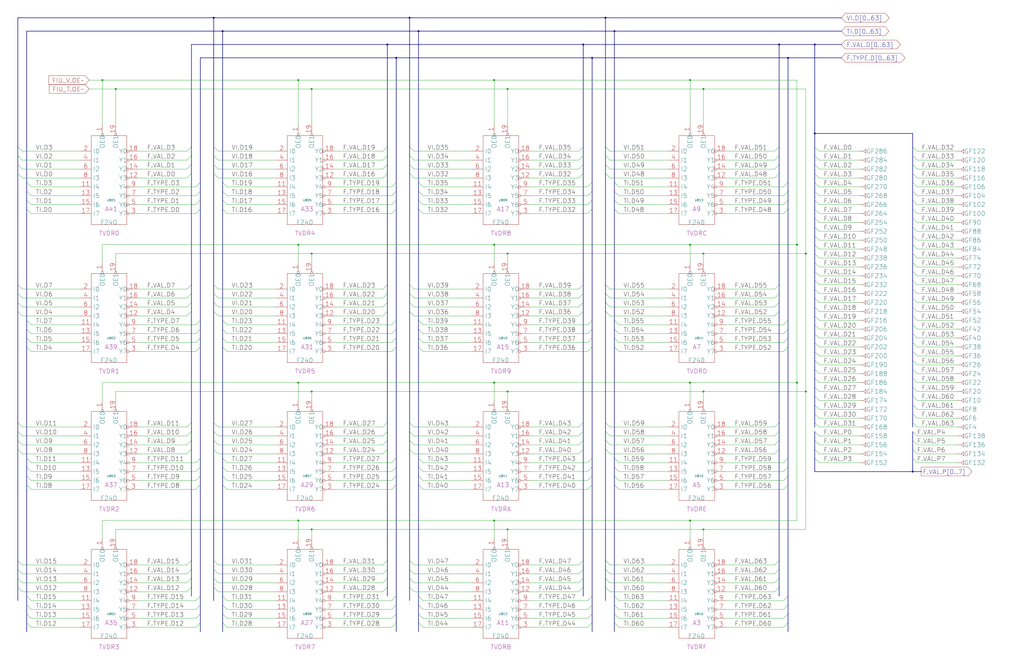
<source format=kicad_sch>
(kicad_sch (version 20230121) (generator eeschema)
  (paper "User" 584.2 378.46)
  (title_block (title "TYPE AND VAL BUS DRIVERS") (date "20-MAR-90") (rev "1.0") (comment 1 "FIU") (comment 2 "232-003065") (comment 3 "S400") (comment 4 "RELEASED"))
  (junction (at 170.18 297.18))
  (junction (at 226.06 33.02))
  (junction (at 289.56 144.78))
  (junction (at 393.7 297.18))
  (junction (at 459.74 223.52))
  (junction (at 121.92 10.16))
  (junction (at 289.56 223.52))
  (junction (at 281.94 139.7))
  (junction (at 449.58 33.02))
  (junction (at 58.42 45.72))
  (junction (at 345.44 10.16))
  (junction (at 281.94 45.72))
  (junction (at 454.66 218.44))
  (junction (at 170.18 139.7))
  (junction (at 281.94 297.18))
  (junction (at 459.74 144.78))
  (junction (at 289.56 302.26))
  (junction (at 464.82 25.4))
  (junction (at 520.7 269.24))
  (junction (at 464.82 76.2))
  (junction (at 401.32 144.78))
  (junction (at 289.56 50.8))
  (junction (at 350.52 17.78))
  (junction (at 177.8 144.78))
  (junction (at 281.94 218.44))
  (junction (at 220.98 25.4))
  (junction (at 177.8 50.8))
  (junction (at 170.18 218.44))
  (junction (at 393.7 45.72))
  (junction (at 66.04 50.8))
  (junction (at 454.66 139.7))
  (junction (at 332.74 25.4))
  (junction (at 444.5 25.4))
  (junction (at 238.76 17.78))
  (junction (at 177.8 302.26))
  (junction (at 233.68 10.16))
  (junction (at 393.7 139.7))
  (junction (at 337.82 33.02))
  (junction (at 401.32 302.26))
  (junction (at 401.32 50.8))
  (junction (at 177.8 223.52))
  (junction (at 127 17.78))
  (junction (at 393.7 218.44))
  (junction (at 170.18 45.72))
  (junction (at 401.32 223.52))
  (bus_entry (at 114.3 355.6) (size -2.54 2.54))
  (bus_entry (at 350.52 261.62) (size 2.54 2.54))
  (bus_entry (at 226.06 340.36) (size -2.54 2.54))
  (bus_entry (at 226.06 276.86) (size -2.54 2.54))
  (bus_entry (at 337.82 119.38) (size -2.54 2.54))
  (bus_entry (at 520.7 226.06) (size 2.54 2.54))
  (bus_entry (at 109.22 256.54) (size -2.54 2.54))
  (bus_entry (at 520.7 205.74) (size 2.54 2.54))
  (bus_entry (at 464.82 236.22) (size 2.54 2.54))
  (bus_entry (at 226.06 109.22) (size -2.54 2.54))
  (bus_entry (at 121.92 177.8) (size 2.54 2.54))
  (bus_entry (at 350.52 350.52) (size 2.54 2.54))
  (bus_entry (at 15.24 104.14) (size 2.54 2.54))
  (bus_entry (at 520.7 195.58) (size 2.54 2.54))
  (bus_entry (at 127 198.12) (size 2.54 2.54))
  (bus_entry (at 332.74 93.98) (size -2.54 2.54))
  (bus_entry (at 332.74 246.38) (size -2.54 2.54))
  (bus_entry (at 127 345.44) (size 2.54 2.54))
  (bus_entry (at 238.76 355.6) (size 2.54 2.54))
  (bus_entry (at 449.58 340.36) (size -2.54 2.54))
  (bus_entry (at 449.58 261.62) (size -2.54 2.54))
  (bus_entry (at 114.3 114.3) (size -2.54 2.54))
  (bus_entry (at 114.3 119.38) (size -2.54 2.54))
  (bus_entry (at 226.06 104.14) (size -2.54 2.54))
  (bus_entry (at 220.98 320.04) (size -2.54 2.54))
  (bus_entry (at 520.7 261.62) (size 2.54 2.54))
  (bus_entry (at 220.98 83.82) (size -2.54 2.54))
  (bus_entry (at 233.68 88.9) (size 2.54 2.54))
  (bus_entry (at 10.16 88.9) (size 2.54 2.54))
  (bus_entry (at 520.7 109.22) (size 2.54 2.54))
  (bus_entry (at 121.92 325.12) (size 2.54 2.54))
  (bus_entry (at 220.98 177.8) (size -2.54 2.54))
  (bus_entry (at 109.22 177.8) (size -2.54 2.54))
  (bus_entry (at 15.24 187.96) (size 2.54 2.54))
  (bus_entry (at 121.92 330.2) (size 2.54 2.54))
  (bus_entry (at 127 109.22) (size 2.54 2.54))
  (bus_entry (at 332.74 241.3) (size -2.54 2.54))
  (bus_entry (at 444.5 93.98) (size -2.54 2.54))
  (bus_entry (at 444.5 325.12) (size -2.54 2.54))
  (bus_entry (at 238.76 261.62) (size 2.54 2.54))
  (bus_entry (at 220.98 325.12) (size -2.54 2.54))
  (bus_entry (at 520.7 180.34) (size 2.54 2.54))
  (bus_entry (at 127 119.38) (size 2.54 2.54))
  (bus_entry (at 444.5 246.38) (size -2.54 2.54))
  (bus_entry (at 332.74 177.8) (size -2.54 2.54))
  (bus_entry (at 121.92 246.38) (size 2.54 2.54))
  (bus_entry (at 464.82 165.1) (size 2.54 2.54))
  (bus_entry (at 220.98 256.54) (size -2.54 2.54))
  (bus_entry (at 127 350.52) (size 2.54 2.54))
  (bus_entry (at 449.58 187.96) (size -2.54 2.54))
  (bus_entry (at 464.82 124.46) (size 2.54 2.54))
  (bus_entry (at 520.7 215.9) (size 2.54 2.54))
  (bus_entry (at 238.76 187.96) (size 2.54 2.54))
  (bus_entry (at 464.82 200.66) (size 2.54 2.54))
  (bus_entry (at 109.22 246.38) (size -2.54 2.54))
  (bus_entry (at 337.82 114.3) (size -2.54 2.54))
  (bus_entry (at 520.7 241.3) (size 2.54 2.54))
  (bus_entry (at 464.82 226.06) (size 2.54 2.54))
  (bus_entry (at 444.5 241.3) (size -2.54 2.54))
  (bus_entry (at 345.44 99.06) (size 2.54 2.54))
  (bus_entry (at 114.3 109.22) (size -2.54 2.54))
  (bus_entry (at 464.82 251.46) (size 2.54 2.54))
  (bus_entry (at 350.52 340.36) (size 2.54 2.54))
  (bus_entry (at 109.22 167.64) (size -2.54 2.54))
  (bus_entry (at 10.16 246.38) (size 2.54 2.54))
  (bus_entry (at 114.3 345.44) (size -2.54 2.54))
  (bus_entry (at 345.44 241.3) (size 2.54 2.54))
  (bus_entry (at 464.82 195.58) (size 2.54 2.54))
  (bus_entry (at 345.44 325.12) (size 2.54 2.54))
  (bus_entry (at 238.76 266.7) (size 2.54 2.54))
  (bus_entry (at 444.5 251.46) (size -2.54 2.54))
  (bus_entry (at 15.24 355.6) (size 2.54 2.54))
  (bus_entry (at 332.74 162.56) (size -2.54 2.54))
  (bus_entry (at 449.58 350.52) (size -2.54 2.54))
  (bus_entry (at 10.16 330.2) (size 2.54 2.54))
  (bus_entry (at 337.82 266.7) (size -2.54 2.54))
  (bus_entry (at 114.3 198.12) (size -2.54 2.54))
  (bus_entry (at 449.58 345.44) (size -2.54 2.54))
  (bus_entry (at 226.06 198.12) (size -2.54 2.54))
  (bus_entry (at 238.76 114.3) (size 2.54 2.54))
  (bus_entry (at 464.82 129.54) (size 2.54 2.54))
  (bus_entry (at 15.24 109.22) (size 2.54 2.54))
  (bus_entry (at 233.68 172.72) (size 2.54 2.54))
  (bus_entry (at 226.06 345.44) (size -2.54 2.54))
  (bus_entry (at 350.52 104.14) (size 2.54 2.54))
  (bus_entry (at 350.52 187.96) (size 2.54 2.54))
  (bus_entry (at 226.06 350.52) (size -2.54 2.54))
  (bus_entry (at 520.7 170.18) (size 2.54 2.54))
  (bus_entry (at 109.22 330.2) (size -2.54 2.54))
  (bus_entry (at 449.58 266.7) (size -2.54 2.54))
  (bus_entry (at 15.24 182.88) (size 2.54 2.54))
  (bus_entry (at 345.44 251.46) (size 2.54 2.54))
  (bus_entry (at 220.98 251.46) (size -2.54 2.54))
  (bus_entry (at 114.3 271.78) (size -2.54 2.54))
  (bus_entry (at 345.44 246.38) (size 2.54 2.54))
  (bus_entry (at 15.24 114.3) (size 2.54 2.54))
  (bus_entry (at 121.92 88.9) (size 2.54 2.54))
  (bus_entry (at 238.76 340.36) (size 2.54 2.54))
  (bus_entry (at 464.82 185.42) (size 2.54 2.54))
  (bus_entry (at 337.82 340.36) (size -2.54 2.54))
  (bus_entry (at 520.7 236.22) (size 2.54 2.54))
  (bus_entry (at 520.7 256.54) (size 2.54 2.54))
  (bus_entry (at 520.7 251.46) (size 2.54 2.54))
  (bus_entry (at 350.52 276.86) (size 2.54 2.54))
  (bus_entry (at 114.3 350.52) (size -2.54 2.54))
  (bus_entry (at 10.16 99.06) (size 2.54 2.54))
  (bus_entry (at 520.7 104.14) (size 2.54 2.54))
  (bus_entry (at 444.5 88.9) (size -2.54 2.54))
  (bus_entry (at 464.82 154.94) (size 2.54 2.54))
  (bus_entry (at 109.22 320.04) (size -2.54 2.54))
  (bus_entry (at 15.24 119.38) (size 2.54 2.54))
  (bus_entry (at 464.82 210.82) (size 2.54 2.54))
  (bus_entry (at 109.22 335.28) (size -2.54 2.54))
  (bus_entry (at 520.7 144.78) (size 2.54 2.54))
  (bus_entry (at 345.44 256.54) (size 2.54 2.54))
  (bus_entry (at 10.16 83.82) (size 2.54 2.54))
  (bus_entry (at 226.06 182.88) (size -2.54 2.54))
  (bus_entry (at 10.16 167.64) (size 2.54 2.54))
  (bus_entry (at 444.5 256.54) (size -2.54 2.54))
  (bus_entry (at 109.22 251.46) (size -2.54 2.54))
  (bus_entry (at 114.3 104.14) (size -2.54 2.54))
  (bus_entry (at 121.92 320.04) (size 2.54 2.54))
  (bus_entry (at 345.44 172.72) (size 2.54 2.54))
  (bus_entry (at 520.7 220.98) (size 2.54 2.54))
  (bus_entry (at 226.06 271.78) (size -2.54 2.54))
  (bus_entry (at 464.82 149.86) (size 2.54 2.54))
  (bus_entry (at 233.68 246.38) (size 2.54 2.54))
  (bus_entry (at 233.68 335.28) (size 2.54 2.54))
  (bus_entry (at 332.74 167.64) (size -2.54 2.54))
  (bus_entry (at 114.3 266.7) (size -2.54 2.54))
  (bus_entry (at 238.76 119.38) (size 2.54 2.54))
  (bus_entry (at 127 340.36) (size 2.54 2.54))
  (bus_entry (at 449.58 104.14) (size -2.54 2.54))
  (bus_entry (at 15.24 198.12) (size 2.54 2.54))
  (bus_entry (at 332.74 256.54) (size -2.54 2.54))
  (bus_entry (at 109.22 99.06) (size -2.54 2.54))
  (bus_entry (at 15.24 261.62) (size 2.54 2.54))
  (bus_entry (at 345.44 335.28) (size 2.54 2.54))
  (bus_entry (at 449.58 119.38) (size -2.54 2.54))
  (bus_entry (at 464.82 215.9) (size 2.54 2.54))
  (bus_entry (at 109.22 162.56) (size -2.54 2.54))
  (bus_entry (at 449.58 114.3) (size -2.54 2.54))
  (bus_entry (at 520.7 129.54) (size 2.54 2.54))
  (bus_entry (at 233.68 251.46) (size 2.54 2.54))
  (bus_entry (at 464.82 83.82) (size 2.54 2.54))
  (bus_entry (at 464.82 170.18) (size 2.54 2.54))
  (bus_entry (at 520.7 246.38) (size 2.54 2.54))
  (bus_entry (at 444.5 177.8) (size -2.54 2.54))
  (bus_entry (at 520.7 231.14) (size 2.54 2.54))
  (bus_entry (at 337.82 355.6) (size -2.54 2.54))
  (bus_entry (at 337.82 187.96) (size -2.54 2.54))
  (bus_entry (at 127 114.3) (size 2.54 2.54))
  (bus_entry (at 233.68 167.64) (size 2.54 2.54))
  (bus_entry (at 10.16 241.3) (size 2.54 2.54))
  (bus_entry (at 464.82 241.3) (size 2.54 2.54))
  (bus_entry (at 10.16 335.28) (size 2.54 2.54))
  (bus_entry (at 109.22 325.12) (size -2.54 2.54))
  (bus_entry (at 127 104.14) (size 2.54 2.54))
  (bus_entry (at 345.44 162.56) (size 2.54 2.54))
  (bus_entry (at 449.58 193.04) (size -2.54 2.54))
  (bus_entry (at 15.24 266.7) (size 2.54 2.54))
  (bus_entry (at 127 187.96) (size 2.54 2.54))
  (bus_entry (at 464.82 139.7) (size 2.54 2.54))
  (bus_entry (at 350.52 345.44) (size 2.54 2.54))
  (bus_entry (at 345.44 88.9) (size 2.54 2.54))
  (bus_entry (at 109.22 88.9) (size -2.54 2.54))
  (bus_entry (at 444.5 335.28) (size -2.54 2.54))
  (bus_entry (at 332.74 251.46) (size -2.54 2.54))
  (bus_entry (at 238.76 345.44) (size 2.54 2.54))
  (bus_entry (at 337.82 104.14) (size -2.54 2.54))
  (bus_entry (at 345.44 177.8) (size 2.54 2.54))
  (bus_entry (at 337.82 182.88) (size -2.54 2.54))
  (bus_entry (at 220.98 99.06) (size -2.54 2.54))
  (bus_entry (at 238.76 276.86) (size 2.54 2.54))
  (bus_entry (at 350.52 271.78) (size 2.54 2.54))
  (bus_entry (at 233.68 256.54) (size 2.54 2.54))
  (bus_entry (at 127 271.78) (size 2.54 2.54))
  (bus_entry (at 238.76 182.88) (size 2.54 2.54))
  (bus_entry (at 337.82 198.12) (size -2.54 2.54))
  (bus_entry (at 444.5 162.56) (size -2.54 2.54))
  (bus_entry (at 520.7 88.9) (size 2.54 2.54))
  (bus_entry (at 121.92 251.46) (size 2.54 2.54))
  (bus_entry (at 233.68 99.06) (size 2.54 2.54))
  (bus_entry (at 233.68 93.98) (size 2.54 2.54))
  (bus_entry (at 332.74 320.04) (size -2.54 2.54))
  (bus_entry (at 337.82 350.52) (size -2.54 2.54))
  (bus_entry (at 10.16 177.8) (size 2.54 2.54))
  (bus_entry (at 114.3 182.88) (size -2.54 2.54))
  (bus_entry (at 114.3 261.62) (size -2.54 2.54))
  (bus_entry (at 332.74 172.72) (size -2.54 2.54))
  (bus_entry (at 220.98 172.72) (size -2.54 2.54))
  (bus_entry (at 520.7 124.46) (size 2.54 2.54))
  (bus_entry (at 464.82 160.02) (size 2.54 2.54))
  (bus_entry (at 121.92 162.56) (size 2.54 2.54))
  (bus_entry (at 520.7 83.82) (size 2.54 2.54))
  (bus_entry (at 127 261.62) (size 2.54 2.54))
  (bus_entry (at 449.58 182.88) (size -2.54 2.54))
  (bus_entry (at 520.7 149.86) (size 2.54 2.54))
  (bus_entry (at 350.52 355.6) (size 2.54 2.54))
  (bus_entry (at 464.82 144.78) (size 2.54 2.54))
  (bus_entry (at 332.74 330.2) (size -2.54 2.54))
  (bus_entry (at 350.52 198.12) (size 2.54 2.54))
  (bus_entry (at 121.92 335.28) (size 2.54 2.54))
  (bus_entry (at 444.5 83.82) (size -2.54 2.54))
  (bus_entry (at 345.44 83.82) (size 2.54 2.54))
  (bus_entry (at 520.7 119.38) (size 2.54 2.54))
  (bus_entry (at 520.7 93.98) (size 2.54 2.54))
  (bus_entry (at 10.16 93.98) (size 2.54 2.54))
  (bus_entry (at 449.58 198.12) (size -2.54 2.54))
  (bus_entry (at 238.76 271.78) (size 2.54 2.54))
  (bus_entry (at 121.92 256.54) (size 2.54 2.54))
  (bus_entry (at 520.7 200.66) (size 2.54 2.54))
  (bus_entry (at 127 193.04) (size 2.54 2.54))
  (bus_entry (at 332.74 335.28) (size -2.54 2.54))
  (bus_entry (at 109.22 172.72) (size -2.54 2.54))
  (bus_entry (at 226.06 193.04) (size -2.54 2.54))
  (bus_entry (at 114.3 187.96) (size -2.54 2.54))
  (bus_entry (at 220.98 330.2) (size -2.54 2.54))
  (bus_entry (at 220.98 162.56) (size -2.54 2.54))
  (bus_entry (at 520.7 165.1) (size 2.54 2.54))
  (bus_entry (at 121.92 167.64) (size 2.54 2.54))
  (bus_entry (at 520.7 99.06) (size 2.54 2.54))
  (bus_entry (at 10.16 320.04) (size 2.54 2.54))
  (bus_entry (at 350.52 109.22) (size 2.54 2.54))
  (bus_entry (at 220.98 88.9) (size -2.54 2.54))
  (bus_entry (at 15.24 345.44) (size 2.54 2.54))
  (bus_entry (at 350.52 119.38) (size 2.54 2.54))
  (bus_entry (at 464.82 93.98) (size 2.54 2.54))
  (bus_entry (at 121.92 241.3) (size 2.54 2.54))
  (bus_entry (at 464.82 134.62) (size 2.54 2.54))
  (bus_entry (at 449.58 276.86) (size -2.54 2.54))
  (bus_entry (at 464.82 88.9) (size 2.54 2.54))
  (bus_entry (at 332.74 83.82) (size -2.54 2.54))
  (bus_entry (at 520.7 134.62) (size 2.54 2.54))
  (bus_entry (at 444.5 172.72) (size -2.54 2.54))
  (bus_entry (at 464.82 180.34) (size 2.54 2.54))
  (bus_entry (at 233.68 320.04) (size 2.54 2.54))
  (bus_entry (at 464.82 205.74) (size 2.54 2.54))
  (bus_entry (at 226.06 266.7) (size -2.54 2.54))
  (bus_entry (at 464.82 99.06) (size 2.54 2.54))
  (bus_entry (at 464.82 119.38) (size 2.54 2.54))
  (bus_entry (at 520.7 154.94) (size 2.54 2.54))
  (bus_entry (at 226.06 261.62) (size -2.54 2.54))
  (bus_entry (at 238.76 198.12) (size 2.54 2.54))
  (bus_entry (at 220.98 167.64) (size -2.54 2.54))
  (bus_entry (at 350.52 266.7) (size 2.54 2.54))
  (bus_entry (at 109.22 241.3) (size -2.54 2.54))
  (bus_entry (at 464.82 109.22) (size 2.54 2.54))
  (bus_entry (at 233.68 241.3) (size 2.54 2.54))
  (bus_entry (at 233.68 330.2) (size 2.54 2.54))
  (bus_entry (at 226.06 355.6) (size -2.54 2.54))
  (bus_entry (at 345.44 93.98) (size 2.54 2.54))
  (bus_entry (at 15.24 276.86) (size 2.54 2.54))
  (bus_entry (at 337.82 109.22) (size -2.54 2.54))
  (bus_entry (at 226.06 119.38) (size -2.54 2.54))
  (bus_entry (at 10.16 256.54) (size 2.54 2.54))
  (bus_entry (at 114.3 276.86) (size -2.54 2.54))
  (bus_entry (at 464.82 231.14) (size 2.54 2.54))
  (bus_entry (at 10.16 325.12) (size 2.54 2.54))
  (bus_entry (at 15.24 271.78) (size 2.54 2.54))
  (bus_entry (at 10.16 172.72) (size 2.54 2.54))
  (bus_entry (at 127 276.86) (size 2.54 2.54))
  (bus_entry (at 444.5 99.06) (size -2.54 2.54))
  (bus_entry (at 444.5 167.64) (size -2.54 2.54))
  (bus_entry (at 233.68 325.12) (size 2.54 2.54))
  (bus_entry (at 520.7 190.5) (size 2.54 2.54))
  (bus_entry (at 15.24 350.52) (size 2.54 2.54))
  (bus_entry (at 520.7 185.42) (size 2.54 2.54))
  (bus_entry (at 464.82 114.3) (size 2.54 2.54))
  (bus_entry (at 238.76 109.22) (size 2.54 2.54))
  (bus_entry (at 520.7 114.3) (size 2.54 2.54))
  (bus_entry (at 520.7 175.26) (size 2.54 2.54))
  (bus_entry (at 220.98 93.98) (size -2.54 2.54))
  (bus_entry (at 127 182.88) (size 2.54 2.54))
  (bus_entry (at 226.06 114.3) (size -2.54 2.54))
  (bus_entry (at 337.82 345.44) (size -2.54 2.54))
  (bus_entry (at 121.92 93.98) (size 2.54 2.54))
  (bus_entry (at 350.52 182.88) (size 2.54 2.54))
  (bus_entry (at 15.24 340.36) (size 2.54 2.54))
  (bus_entry (at 10.16 162.56) (size 2.54 2.54))
  (bus_entry (at 464.82 246.38) (size 2.54 2.54))
  (bus_entry (at 109.22 93.98) (size -2.54 2.54))
  (bus_entry (at 233.68 177.8) (size 2.54 2.54))
  (bus_entry (at 345.44 167.64) (size 2.54 2.54))
  (bus_entry (at 109.22 83.82) (size -2.54 2.54))
  (bus_entry (at 345.44 330.2) (size 2.54 2.54))
  (bus_entry (at 220.98 241.3) (size -2.54 2.54))
  (bus_entry (at 449.58 271.78) (size -2.54 2.54))
  (bus_entry (at 520.7 160.02) (size 2.54 2.54))
  (bus_entry (at 127 355.6) (size 2.54 2.54))
  (bus_entry (at 464.82 190.5) (size 2.54 2.54))
  (bus_entry (at 238.76 350.52) (size 2.54 2.54))
  (bus_entry (at 332.74 99.06) (size -2.54 2.54))
  (bus_entry (at 337.82 193.04) (size -2.54 2.54))
  (bus_entry (at 449.58 355.6) (size -2.54 2.54))
  (bus_entry (at 449.58 109.22) (size -2.54 2.54))
  (bus_entry (at 121.92 99.06) (size 2.54 2.54))
  (bus_entry (at 121.92 83.82) (size 2.54 2.54))
  (bus_entry (at 220.98 335.28) (size -2.54 2.54))
  (bus_entry (at 444.5 320.04) (size -2.54 2.54))
  (bus_entry (at 10.16 251.46) (size 2.54 2.54))
  (bus_entry (at 337.82 261.62) (size -2.54 2.54))
  (bus_entry (at 350.52 114.3) (size 2.54 2.54))
  (bus_entry (at 350.52 193.04) (size 2.54 2.54))
  (bus_entry (at 464.82 261.62) (size 2.54 2.54))
  (bus_entry (at 233.68 83.82) (size 2.54 2.54))
  (bus_entry (at 520.7 139.7) (size 2.54 2.54))
  (bus_entry (at 233.68 162.56) (size 2.54 2.54))
  (bus_entry (at 464.82 104.14) (size 2.54 2.54))
  (bus_entry (at 238.76 104.14) (size 2.54 2.54))
  (bus_entry (at 464.82 220.98) (size 2.54 2.54))
  (bus_entry (at 15.24 193.04) (size 2.54 2.54))
  (bus_entry (at 114.3 340.36) (size -2.54 2.54))
  (bus_entry (at 520.7 210.82) (size 2.54 2.54))
  (bus_entry (at 464.82 175.26) (size 2.54 2.54))
  (bus_entry (at 121.92 172.72) (size 2.54 2.54))
  (bus_entry (at 444.5 330.2) (size -2.54 2.54))
  (bus_entry (at 220.98 246.38) (size -2.54 2.54))
  (bus_entry (at 127 266.7) (size 2.54 2.54))
  (bus_entry (at 226.06 187.96) (size -2.54 2.54))
  (bus_entry (at 114.3 193.04) (size -2.54 2.54))
  (bus_entry (at 464.82 256.54) (size 2.54 2.54))
  (bus_entry (at 345.44 320.04) (size 2.54 2.54))
  (bus_entry (at 337.82 271.78) (size -2.54 2.54))
  (bus_entry (at 332.74 88.9) (size -2.54 2.54))
  (bus_entry (at 238.76 193.04) (size 2.54 2.54))
  (bus_entry (at 332.74 325.12) (size -2.54 2.54))
  (bus_entry (at 337.82 276.86) (size -2.54 2.54))
  (bus (pts (xy 332.74 246.38) (xy 332.74 251.46)))
  (wire (pts (xy 302.26 332.74) (xy 330.2 332.74)))
  (wire (pts (xy 58.42 297.18) (xy 170.18 297.18)))
  (bus (pts (xy 464.82 25.4) (xy 480.06 25.4)))
  (bus (pts (xy 449.58 266.7) (xy 449.58 271.78)))
  (wire (pts (xy 467.36 233.68) (xy 490.22 233.68)))
  (wire (pts (xy 353.06 200.66) (xy 381 200.66)))
  (wire (pts (xy 523.24 187.96) (xy 546.1 187.96)))
  (wire (pts (xy 289.56 302.26) (xy 289.56 307.34)))
  (wire (pts (xy 241.3 274.32) (xy 269.24 274.32)))
  (bus (pts (xy 127 271.78) (xy 127 276.86)))
  (wire (pts (xy 190.5 96.52) (xy 218.44 96.52)))
  (wire (pts (xy 170.18 218.44) (xy 281.94 218.44)))
  (wire (pts (xy 177.8 223.52) (xy 177.8 228.6)))
  (wire (pts (xy 523.24 132.08) (xy 546.1 132.08)))
  (wire (pts (xy 523.24 203.2) (xy 546.1 203.2)))
  (bus (pts (xy 332.74 320.04) (xy 332.74 325.12)))
  (wire (pts (xy 241.3 342.9) (xy 269.24 342.9)))
  (wire (pts (xy 78.74 353.06) (xy 111.76 353.06)))
  (bus (pts (xy 449.58 345.44) (xy 449.58 350.52)))
  (bus (pts (xy 10.16 172.72) (xy 10.16 177.8)))
  (bus (pts (xy 520.7 251.46) (xy 520.7 256.54)))
  (wire (pts (xy 129.54 121.92) (xy 157.48 121.92)))
  (wire (pts (xy 467.36 152.4) (xy 490.22 152.4)))
  (wire (pts (xy 353.06 274.32) (xy 381 274.32)))
  (wire (pts (xy 467.36 228.6) (xy 490.22 228.6)))
  (bus (pts (xy 121.92 167.64) (xy 121.92 172.72)))
  (wire (pts (xy 393.7 218.44) (xy 454.66 218.44)))
  (bus (pts (xy 233.68 167.64) (xy 233.68 172.72)))
  (wire (pts (xy 347.98 337.82) (xy 381 337.82)))
  (wire (pts (xy 414.02 200.66) (xy 447.04 200.66)))
  (wire (pts (xy 170.18 45.72) (xy 170.18 71.12)))
  (bus (pts (xy 15.24 17.78) (xy 15.24 104.14)))
  (bus (pts (xy 127 193.04) (xy 127 198.12)))
  (wire (pts (xy 129.54 185.42) (xy 157.48 185.42)))
  (wire (pts (xy 467.36 86.36) (xy 490.22 86.36)))
  (bus (pts (xy 520.7 76.2) (xy 464.82 76.2)))
  (bus (pts (xy 238.76 266.7) (xy 238.76 271.78)))
  (wire (pts (xy 523.24 243.84) (xy 546.1 243.84)))
  (wire (pts (xy 347.98 86.36) (xy 381 86.36)))
  (wire (pts (xy 17.78 185.42) (xy 45.72 185.42)))
  (wire (pts (xy 124.46 180.34) (xy 157.48 180.34)))
  (bus (pts (xy 226.06 276.86) (xy 226.06 340.36)))
  (wire (pts (xy 523.24 121.92) (xy 546.1 121.92)))
  (bus (pts (xy 520.7 170.18) (xy 520.7 175.26)))
  (wire (pts (xy 467.36 238.76) (xy 490.22 238.76)))
  (bus (pts (xy 520.7 99.06) (xy 520.7 104.14)))
  (wire (pts (xy 353.06 185.42) (xy 381 185.42)))
  (wire (pts (xy 124.46 327.66) (xy 157.48 327.66)))
  (bus (pts (xy 464.82 139.7) (xy 464.82 144.78)))
  (wire (pts (xy 414.02 96.52) (xy 441.96 96.52)))
  (bus (pts (xy 121.92 162.56) (xy 121.92 167.64)))
  (bus (pts (xy 233.68 162.56) (xy 233.68 167.64)))
  (bus (pts (xy 337.82 261.62) (xy 337.82 266.7)))
  (bus (pts (xy 444.5 241.3) (xy 444.5 246.38)))
  (bus (pts (xy 520.7 269.24) (xy 525.78 269.24)))
  (bus (pts (xy 464.82 190.5) (xy 464.82 195.58)))
  (bus (pts (xy 114.3 187.96) (xy 114.3 193.04)))
  (wire (pts (xy 66.04 50.8) (xy 177.8 50.8)))
  (bus (pts (xy 337.82 193.04) (xy 337.82 198.12)))
  (wire (pts (xy 401.32 50.8) (xy 459.74 50.8)))
  (wire (pts (xy 347.98 254) (xy 381 254)))
  (bus (pts (xy 114.3 104.14) (xy 114.3 109.22)))
  (bus (pts (xy 220.98 25.4) (xy 332.74 25.4)))
  (wire (pts (xy 302.26 279.4) (xy 335.28 279.4)))
  (wire (pts (xy 347.98 165.1) (xy 381 165.1)))
  (wire (pts (xy 353.06 116.84) (xy 381 116.84)))
  (wire (pts (xy 190.5 342.9) (xy 223.52 342.9)))
  (bus (pts (xy 464.82 170.18) (xy 464.82 175.26)))
  (wire (pts (xy 177.8 50.8) (xy 177.8 71.12)))
  (wire (pts (xy 302.26 353.06) (xy 335.28 353.06)))
  (wire (pts (xy 523.24 223.52) (xy 546.1 223.52)))
  (wire (pts (xy 414.02 91.44) (xy 441.96 91.44)))
  (wire (pts (xy 78.74 322.58) (xy 106.68 322.58)))
  (wire (pts (xy 302.26 121.92) (xy 335.28 121.92)))
  (wire (pts (xy 414.02 111.76) (xy 447.04 111.76)))
  (bus (pts (xy 350.52 350.52) (xy 350.52 355.6)))
  (bus (pts (xy 332.74 93.98) (xy 332.74 99.06)))
  (wire (pts (xy 347.98 170.18) (xy 381 170.18)))
  (wire (pts (xy 12.7 254) (xy 45.72 254)))
  (wire (pts (xy 50.8 45.72) (xy 58.42 45.72)))
  (wire (pts (xy 414.02 274.32) (xy 447.04 274.32)))
  (wire (pts (xy 414.02 106.68) (xy 447.04 106.68)))
  (wire (pts (xy 454.66 218.44) (xy 454.66 297.18)))
  (wire (pts (xy 467.36 254) (xy 490.22 254)))
  (bus (pts (xy 520.7 215.9) (xy 520.7 220.98)))
  (wire (pts (xy 401.32 223.52) (xy 459.74 223.52)))
  (wire (pts (xy 12.7 322.58) (xy 45.72 322.58)))
  (wire (pts (xy 124.46 243.84) (xy 157.48 243.84)))
  (wire (pts (xy 17.78 111.76) (xy 45.72 111.76)))
  (bus (pts (xy 520.7 175.26) (xy 520.7 180.34)))
  (bus (pts (xy 226.06 104.14) (xy 226.06 109.22)))
  (wire (pts (xy 414.02 180.34) (xy 441.96 180.34)))
  (wire (pts (xy 78.74 180.34) (xy 106.68 180.34)))
  (wire (pts (xy 467.36 208.28) (xy 490.22 208.28)))
  (wire (pts (xy 17.78 347.98) (xy 45.72 347.98)))
  (wire (pts (xy 454.66 139.7) (xy 454.66 218.44)))
  (wire (pts (xy 353.06 121.92) (xy 381 121.92)))
  (wire (pts (xy 523.24 142.24) (xy 546.1 142.24)))
  (bus (pts (xy 233.68 335.28) (xy 233.68 342.9)))
  (bus (pts (xy 238.76 261.62) (xy 238.76 266.7)))
  (bus (pts (xy 109.22 320.04) (xy 109.22 325.12)))
  (bus (pts (xy 337.82 109.22) (xy 337.82 114.3)))
  (wire (pts (xy 467.36 218.44) (xy 490.22 218.44)))
  (wire (pts (xy 353.06 264.16) (xy 381 264.16)))
  (wire (pts (xy 414.02 170.18) (xy 441.96 170.18)))
  (wire (pts (xy 78.74 243.84) (xy 106.68 243.84)))
  (wire (pts (xy 236.22 243.84) (xy 269.24 243.84)))
  (bus (pts (xy 332.74 325.12) (xy 332.74 330.2)))
  (wire (pts (xy 241.3 121.92) (xy 269.24 121.92)))
  (wire (pts (xy 467.36 243.84) (xy 490.22 243.84)))
  (wire (pts (xy 467.36 177.8) (xy 490.22 177.8)))
  (wire (pts (xy 58.42 45.72) (xy 170.18 45.72)))
  (bus (pts (xy 127 355.6) (xy 127 360.68)))
  (bus (pts (xy 226.06 340.36) (xy 226.06 345.44)))
  (wire (pts (xy 347.98 180.34) (xy 381 180.34)))
  (bus (pts (xy 226.06 345.44) (xy 226.06 350.52)))
  (bus (pts (xy 350.52 17.78) (xy 480.06 17.78)))
  (wire (pts (xy 12.7 101.6) (xy 45.72 101.6)))
  (bus (pts (xy 464.82 154.94) (xy 464.82 160.02)))
  (bus (pts (xy 15.24 261.62) (xy 15.24 266.7)))
  (bus (pts (xy 121.92 335.28) (xy 121.92 342.9)))
  (bus (pts (xy 220.98 256.54) (xy 220.98 320.04)))
  (bus (pts (xy 226.06 187.96) (xy 226.06 193.04)))
  (bus (pts (xy 226.06 109.22) (xy 226.06 114.3)))
  (wire (pts (xy 353.06 347.98) (xy 381 347.98)))
  (wire (pts (xy 129.54 200.66) (xy 157.48 200.66)))
  (wire (pts (xy 190.5 121.92) (xy 223.52 121.92)))
  (bus (pts (xy 233.68 177.8) (xy 233.68 241.3)))
  (bus (pts (xy 233.68 325.12) (xy 233.68 330.2)))
  (bus (pts (xy 127 276.86) (xy 127 340.36)))
  (bus (pts (xy 520.7 119.38) (xy 520.7 124.46)))
  (wire (pts (xy 414.02 185.42) (xy 447.04 185.42)))
  (wire (pts (xy 241.3 111.76) (xy 269.24 111.76)))
  (bus (pts (xy 114.3 33.02) (xy 114.3 104.14)))
  (bus (pts (xy 114.3 266.7) (xy 114.3 271.78)))
  (bus (pts (xy 520.7 109.22) (xy 520.7 114.3)))
  (wire (pts (xy 58.42 218.44) (xy 170.18 218.44)))
  (bus (pts (xy 15.24 104.14) (xy 15.24 109.22)))
  (wire (pts (xy 523.24 127) (xy 546.1 127)))
  (wire (pts (xy 414.02 175.26) (xy 441.96 175.26)))
  (wire (pts (xy 177.8 50.8) (xy 289.56 50.8)))
  (wire (pts (xy 347.98 91.44) (xy 381 91.44)))
  (bus (pts (xy 520.7 93.98) (xy 520.7 99.06)))
  (wire (pts (xy 393.7 45.72) (xy 454.66 45.72)))
  (bus (pts (xy 520.7 210.82) (xy 520.7 215.9)))
  (wire (pts (xy 302.26 254) (xy 330.2 254)))
  (bus (pts (xy 345.44 162.56) (xy 345.44 167.64)))
  (bus (pts (xy 350.52 182.88) (xy 350.52 187.96)))
  (bus (pts (xy 464.82 160.02) (xy 464.82 165.1)))
  (bus (pts (xy 121.92 99.06) (xy 121.92 162.56)))
  (wire (pts (xy 236.22 327.66) (xy 269.24 327.66)))
  (bus (pts (xy 464.82 215.9) (xy 464.82 220.98)))
  (wire (pts (xy 414.02 342.9) (xy 447.04 342.9)))
  (bus (pts (xy 345.44 325.12) (xy 345.44 330.2)))
  (bus (pts (xy 127 340.36) (xy 127 345.44)))
  (wire (pts (xy 523.24 238.76) (xy 546.1 238.76)))
  (bus (pts (xy 444.5 167.64) (xy 444.5 172.72)))
  (bus (pts (xy 332.74 335.28) (xy 332.74 340.36)))
  (bus (pts (xy 10.16 167.64) (xy 10.16 172.72)))
  (bus (pts (xy 238.76 182.88) (xy 238.76 187.96)))
  (wire (pts (xy 190.5 170.18) (xy 218.44 170.18)))
  (bus (pts (xy 15.24 198.12) (xy 15.24 261.62)))
  (bus (pts (xy 337.82 119.38) (xy 337.82 182.88)))
  (bus (pts (xy 15.24 266.7) (xy 15.24 271.78)))
  (bus (pts (xy 233.68 330.2) (xy 233.68 335.28)))
  (wire (pts (xy 190.5 190.5) (xy 223.52 190.5)))
  (bus (pts (xy 121.92 10.16) (xy 233.68 10.16)))
  (wire (pts (xy 523.24 157.48) (xy 546.1 157.48)))
  (bus (pts (xy 350.52 114.3) (xy 350.52 119.38)))
  (wire (pts (xy 66.04 144.78) (xy 177.8 144.78)))
  (bus (pts (xy 337.82 187.96) (xy 337.82 193.04)))
  (wire (pts (xy 78.74 254) (xy 106.68 254)))
  (bus (pts (xy 109.22 25.4) (xy 220.98 25.4)))
  (wire (pts (xy 467.36 248.92) (xy 490.22 248.92)))
  (bus (pts (xy 345.44 167.64) (xy 345.44 172.72)))
  (wire (pts (xy 124.46 332.74) (xy 157.48 332.74)))
  (bus (pts (xy 337.82 276.86) (xy 337.82 340.36)))
  (bus (pts (xy 332.74 162.56) (xy 332.74 167.64)))
  (bus (pts (xy 449.58 276.86) (xy 449.58 340.36)))
  (wire (pts (xy 523.24 228.6) (xy 546.1 228.6)))
  (wire (pts (xy 190.5 358.14) (xy 223.52 358.14)))
  (bus (pts (xy 238.76 276.86) (xy 238.76 340.36)))
  (bus (pts (xy 238.76 109.22) (xy 238.76 114.3)))
  (wire (pts (xy 241.3 269.24) (xy 269.24 269.24)))
  (bus (pts (xy 15.24 17.78) (xy 127 17.78)))
  (bus (pts (xy 337.82 33.02) (xy 337.82 104.14)))
  (wire (pts (xy 523.24 193.04) (xy 546.1 193.04)))
  (bus (pts (xy 345.44 241.3) (xy 345.44 246.38)))
  (wire (pts (xy 459.74 223.52) (xy 459.74 302.26)))
  (wire (pts (xy 78.74 91.44) (xy 106.68 91.44)))
  (wire (pts (xy 467.36 187.96) (xy 490.22 187.96)))
  (bus (pts (xy 444.5 330.2) (xy 444.5 335.28)))
  (bus (pts (xy 114.3 114.3) (xy 114.3 119.38)))
  (wire (pts (xy 459.74 302.26) (xy 401.32 302.26)))
  (wire (pts (xy 78.74 200.66) (xy 111.76 200.66)))
  (bus (pts (xy 220.98 88.9) (xy 220.98 93.98)))
  (bus (pts (xy 444.5 88.9) (xy 444.5 93.98)))
  (bus (pts (xy 345.44 93.98) (xy 345.44 99.06)))
  (wire (pts (xy 17.78 121.92) (xy 45.72 121.92)))
  (wire (pts (xy 302.26 327.66) (xy 330.2 327.66)))
  (wire (pts (xy 78.74 121.92) (xy 111.76 121.92)))
  (wire (pts (xy 190.5 353.06) (xy 223.52 353.06)))
  (wire (pts (xy 523.24 91.44) (xy 546.1 91.44)))
  (bus (pts (xy 350.52 109.22) (xy 350.52 114.3)))
  (wire (pts (xy 302.26 91.44) (xy 330.2 91.44)))
  (wire (pts (xy 66.04 223.52) (xy 66.04 228.6)))
  (bus (pts (xy 332.74 251.46) (xy 332.74 256.54)))
  (bus (pts (xy 345.44 99.06) (xy 345.44 162.56)))
  (bus (pts (xy 350.52 17.78) (xy 350.52 104.14)))
  (bus (pts (xy 464.82 109.22) (xy 464.82 114.3)))
  (wire (pts (xy 129.54 116.84) (xy 157.48 116.84)))
  (bus (pts (xy 464.82 144.78) (xy 464.82 149.86)))
  (bus (pts (xy 10.16 177.8) (xy 10.16 241.3)))
  (wire (pts (xy 302.26 347.98) (xy 335.28 347.98)))
  (wire (pts (xy 190.5 185.42) (xy 223.52 185.42)))
  (wire (pts (xy 302.26 248.92) (xy 330.2 248.92)))
  (bus (pts (xy 109.22 177.8) (xy 109.22 241.3)))
  (bus (pts (xy 15.24 350.52) (xy 15.24 355.6)))
  (bus (pts (xy 10.16 10.16) (xy 10.16 83.82)))
  (wire (pts (xy 302.26 170.18) (xy 330.2 170.18)))
  (wire (pts (xy 78.74 332.74) (xy 106.68 332.74)))
  (wire (pts (xy 353.06 111.76) (xy 381 111.76)))
  (wire (pts (xy 302.26 200.66) (xy 335.28 200.66)))
  (wire (pts (xy 289.56 144.78) (xy 289.56 149.86)))
  (wire (pts (xy 467.36 147.32) (xy 490.22 147.32)))
  (bus (pts (xy 220.98 241.3) (xy 220.98 246.38)))
  (wire (pts (xy 393.7 139.7) (xy 454.66 139.7)))
  (bus (pts (xy 520.7 246.38) (xy 520.7 251.46)))
  (wire (pts (xy 190.5 332.74) (xy 218.44 332.74)))
  (wire (pts (xy 467.36 167.64) (xy 490.22 167.64)))
  (bus (pts (xy 464.82 104.14) (xy 464.82 109.22)))
  (bus (pts (xy 10.16 320.04) (xy 10.16 325.12)))
  (bus (pts (xy 449.58 104.14) (xy 449.58 109.22)))
  (wire (pts (xy 302.26 322.58) (xy 330.2 322.58)))
  (wire (pts (xy 414.02 101.6) (xy 441.96 101.6)))
  (bus (pts (xy 464.82 256.54) (xy 464.82 261.62)))
  (bus (pts (xy 121.92 10.16) (xy 121.92 83.82)))
  (wire (pts (xy 353.06 195.58) (xy 381 195.58)))
  (wire (pts (xy 129.54 274.32) (xy 157.48 274.32)))
  (bus (pts (xy 345.44 10.16) (xy 345.44 83.82)))
  (wire (pts (xy 124.46 254) (xy 157.48 254)))
  (bus (pts (xy 464.82 129.54) (xy 464.82 134.62)))
  (wire (pts (xy 129.54 347.98) (xy 157.48 347.98)))
  (wire (pts (xy 414.02 264.16) (xy 447.04 264.16)))
  (wire (pts (xy 241.3 195.58) (xy 269.24 195.58)))
  (wire (pts (xy 414.02 195.58) (xy 447.04 195.58)))
  (wire (pts (xy 12.7 175.26) (xy 45.72 175.26)))
  (wire (pts (xy 170.18 139.7) (xy 170.18 149.86)))
  (wire (pts (xy 17.78 269.24) (xy 45.72 269.24)))
  (wire (pts (xy 177.8 144.78) (xy 177.8 149.86)))
  (wire (pts (xy 78.74 170.18) (xy 106.68 170.18)))
  (bus (pts (xy 332.74 99.06) (xy 332.74 162.56)))
  (wire (pts (xy 190.5 91.44) (xy 218.44 91.44)))
  (wire (pts (xy 302.26 101.6) (xy 330.2 101.6)))
  (bus (pts (xy 464.82 236.22) (xy 464.82 241.3)))
  (wire (pts (xy 241.3 200.66) (xy 269.24 200.66)))
  (wire (pts (xy 347.98 96.52) (xy 381 96.52)))
  (wire (pts (xy 523.24 152.4) (xy 546.1 152.4)))
  (bus (pts (xy 220.98 172.72) (xy 220.98 177.8)))
  (bus (pts (xy 464.82 195.58) (xy 464.82 200.66)))
  (bus (pts (xy 520.7 226.06) (xy 520.7 231.14)))
  (bus (pts (xy 449.58 340.36) (xy 449.58 345.44)))
  (wire (pts (xy 353.06 358.14) (xy 381 358.14)))
  (bus (pts (xy 226.06 33.02) (xy 226.06 104.14)))
  (wire (pts (xy 523.24 147.32) (xy 546.1 147.32)))
  (wire (pts (xy 523.24 96.52) (xy 546.1 96.52)))
  (bus (pts (xy 345.44 172.72) (xy 345.44 177.8)))
  (wire (pts (xy 78.74 175.26) (xy 106.68 175.26)))
  (bus (pts (xy 127 17.78) (xy 127 104.14)))
  (wire (pts (xy 414.02 243.84) (xy 441.96 243.84)))
  (wire (pts (xy 236.22 180.34) (xy 269.24 180.34)))
  (wire (pts (xy 523.24 254) (xy 546.1 254)))
  (bus (pts (xy 332.74 241.3) (xy 332.74 246.38)))
  (bus (pts (xy 464.82 99.06) (xy 464.82 104.14)))
  (bus (pts (xy 520.7 185.42) (xy 520.7 190.5)))
  (bus (pts (xy 464.82 25.4) (xy 464.82 76.2)))
  (wire (pts (xy 281.94 218.44) (xy 281.94 228.6)))
  (bus (pts (xy 114.3 109.22) (xy 114.3 114.3)))
  (bus (pts (xy 238.76 355.6) (xy 238.76 360.68)))
  (bus (pts (xy 444.5 25.4) (xy 444.5 83.82)))
  (wire (pts (xy 414.02 254) (xy 441.96 254)))
  (wire (pts (xy 414.02 322.58) (xy 441.96 322.58)))
  (bus (pts (xy 350.52 266.7) (xy 350.52 271.78)))
  (bus (pts (xy 10.16 162.56) (xy 10.16 167.64)))
  (wire (pts (xy 78.74 106.68) (xy 111.76 106.68)))
  (wire (pts (xy 523.24 233.68) (xy 546.1 233.68)))
  (bus (pts (xy 233.68 246.38) (xy 233.68 251.46)))
  (bus (pts (xy 226.06 193.04) (xy 226.06 198.12)))
  (bus (pts (xy 109.22 93.98) (xy 109.22 99.06)))
  (wire (pts (xy 124.46 91.44) (xy 157.48 91.44)))
  (wire (pts (xy 393.7 139.7) (xy 393.7 149.86)))
  (wire (pts (xy 170.18 297.18) (xy 170.18 307.34)))
  (bus (pts (xy 10.16 256.54) (xy 10.16 320.04)))
  (bus (pts (xy 464.82 180.34) (xy 464.82 185.42)))
  (bus (pts (xy 109.22 325.12) (xy 109.22 330.2)))
  (wire (pts (xy 467.36 264.16) (xy 490.22 264.16)))
  (bus (pts (xy 464.82 251.46) (xy 464.82 256.54)))
  (wire (pts (xy 523.24 182.88) (xy 546.1 182.88)))
  (bus (pts (xy 238.76 193.04) (xy 238.76 198.12)))
  (bus (pts (xy 233.68 172.72) (xy 233.68 177.8)))
  (bus (pts (xy 337.82 33.02) (xy 449.58 33.02)))
  (wire (pts (xy 129.54 264.16) (xy 157.48 264.16)))
  (wire (pts (xy 289.56 50.8) (xy 401.32 50.8)))
  (bus (pts (xy 444.5 172.72) (xy 444.5 177.8)))
  (wire (pts (xy 523.24 116.84) (xy 546.1 116.84)))
  (bus (pts (xy 220.98 83.82) (xy 220.98 88.9)))
  (wire (pts (xy 78.74 327.66) (xy 106.68 327.66)))
  (bus (pts (xy 121.92 241.3) (xy 121.92 246.38)))
  (bus (pts (xy 15.24 345.44) (xy 15.24 350.52)))
  (bus (pts (xy 337.82 345.44) (xy 337.82 350.52)))
  (wire (pts (xy 170.18 45.72) (xy 281.94 45.72)))
  (bus (pts (xy 220.98 320.04) (xy 220.98 325.12)))
  (bus (pts (xy 345.44 256.54) (xy 345.44 320.04)))
  (wire (pts (xy 302.26 269.24) (xy 335.28 269.24)))
  (wire (pts (xy 78.74 165.1) (xy 106.68 165.1)))
  (wire (pts (xy 66.04 302.26) (xy 66.04 307.34)))
  (bus (pts (xy 449.58 355.6) (xy 449.58 360.68)))
  (bus (pts (xy 10.16 93.98) (xy 10.16 99.06)))
  (bus (pts (xy 127 109.22) (xy 127 114.3)))
  (wire (pts (xy 190.5 116.84) (xy 223.52 116.84)))
  (wire (pts (xy 190.5 254) (xy 218.44 254)))
  (bus (pts (xy 121.92 251.46) (xy 121.92 256.54)))
  (wire (pts (xy 302.26 337.82) (xy 330.2 337.82)))
  (bus (pts (xy 350.52 345.44) (xy 350.52 350.52)))
  (bus (pts (xy 10.16 99.06) (xy 10.16 162.56)))
  (wire (pts (xy 17.78 274.32) (xy 45.72 274.32)))
  (wire (pts (xy 302.26 165.1) (xy 330.2 165.1)))
  (bus (pts (xy 520.7 114.3) (xy 520.7 119.38)))
  (wire (pts (xy 393.7 218.44) (xy 393.7 228.6)))
  (wire (pts (xy 459.74 144.78) (xy 459.74 223.52)))
  (wire (pts (xy 289.56 223.52) (xy 289.56 228.6)))
  (wire (pts (xy 347.98 322.58) (xy 381 322.58)))
  (wire (pts (xy 289.56 50.8) (xy 289.56 71.12)))
  (bus (pts (xy 345.44 10.16) (xy 480.06 10.16)))
  (bus (pts (xy 127 261.62) (xy 127 266.7)))
  (wire (pts (xy 236.22 96.52) (xy 269.24 96.52)))
  (wire (pts (xy 414.02 353.06) (xy 447.04 353.06)))
  (wire (pts (xy 414.02 116.84) (xy 447.04 116.84)))
  (bus (pts (xy 15.24 187.96) (xy 15.24 193.04)))
  (wire (pts (xy 467.36 198.12) (xy 490.22 198.12)))
  (bus (pts (xy 520.7 180.34) (xy 520.7 185.42)))
  (bus (pts (xy 10.16 10.16) (xy 121.92 10.16)))
  (bus (pts (xy 220.98 99.06) (xy 220.98 162.56)))
  (bus (pts (xy 449.58 198.12) (xy 449.58 261.62)))
  (bus (pts (xy 444.5 177.8) (xy 444.5 241.3)))
  (wire (pts (xy 302.26 96.52) (xy 330.2 96.52)))
  (bus (pts (xy 15.24 193.04) (xy 15.24 198.12)))
  (wire (pts (xy 190.5 259.08) (xy 218.44 259.08)))
  (wire (pts (xy 12.7 248.92) (xy 45.72 248.92)))
  (wire (pts (xy 302.26 106.68) (xy 335.28 106.68)))
  (bus (pts (xy 127 119.38) (xy 127 182.88)))
  (bus (pts (xy 464.82 76.2) (xy 464.82 83.82)))
  (wire (pts (xy 467.36 172.72) (xy 490.22 172.72)))
  (bus (pts (xy 464.82 83.82) (xy 464.82 88.9)))
  (wire (pts (xy 302.26 195.58) (xy 335.28 195.58)))
  (bus (pts (xy 444.5 162.56) (xy 444.5 167.64)))
  (wire (pts (xy 190.5 180.34) (xy 218.44 180.34)))
  (wire (pts (xy 129.54 106.68) (xy 157.48 106.68)))
  (bus (pts (xy 332.74 172.72) (xy 332.74 177.8)))
  (bus (pts (xy 121.92 325.12) (xy 121.92 330.2)))
  (wire (pts (xy 241.3 116.84) (xy 269.24 116.84)))
  (wire (pts (xy 236.22 91.44) (xy 269.24 91.44)))
  (wire (pts (xy 190.5 111.76) (xy 223.52 111.76)))
  (bus (pts (xy 10.16 330.2) (xy 10.16 335.28)))
  (bus (pts (xy 520.7 88.9) (xy 520.7 93.98)))
  (bus (pts (xy 350.52 193.04) (xy 350.52 198.12)))
  (bus (pts (xy 350.52 119.38) (xy 350.52 182.88)))
  (wire (pts (xy 467.36 259.08) (xy 490.22 259.08)))
  (bus (pts (xy 233.68 83.82) (xy 233.68 88.9)))
  (wire (pts (xy 523.24 137.16) (xy 546.1 137.16)))
  (bus (pts (xy 127 345.44) (xy 127 350.52)))
  (bus (pts (xy 121.92 246.38) (xy 121.92 251.46)))
  (wire (pts (xy 129.54 342.9) (xy 157.48 342.9)))
  (wire (pts (xy 414.02 121.92) (xy 447.04 121.92)))
  (bus (pts (xy 464.82 205.74) (xy 464.82 210.82)))
  (bus (pts (xy 10.16 88.9) (xy 10.16 93.98)))
  (wire (pts (xy 302.26 175.26) (xy 330.2 175.26)))
  (wire (pts (xy 401.32 144.78) (xy 459.74 144.78)))
  (bus (pts (xy 520.7 200.66) (xy 520.7 205.74)))
  (bus (pts (xy 350.52 355.6) (xy 350.52 360.68)))
  (bus (pts (xy 520.7 195.58) (xy 520.7 200.66)))
  (bus (pts (xy 520.7 154.94) (xy 520.7 160.02)))
  (wire (pts (xy 12.7 180.34) (xy 45.72 180.34)))
  (wire (pts (xy 467.36 223.52) (xy 490.22 223.52)))
  (bus (pts (xy 464.82 261.62) (xy 464.82 269.24)))
  (wire (pts (xy 302.26 185.42) (xy 335.28 185.42)))
  (wire (pts (xy 393.7 45.72) (xy 393.7 71.12)))
  (bus (pts (xy 464.82 93.98) (xy 464.82 99.06)))
  (wire (pts (xy 414.02 269.24) (xy 447.04 269.24)))
  (wire (pts (xy 467.36 193.04) (xy 490.22 193.04)))
  (bus (pts (xy 337.82 266.7) (xy 337.82 271.78)))
  (wire (pts (xy 454.66 297.18) (xy 393.7 297.18)))
  (wire (pts (xy 78.74 347.98) (xy 111.76 347.98)))
  (bus (pts (xy 520.7 261.62) (xy 520.7 269.24)))
  (bus (pts (xy 449.58 187.96) (xy 449.58 193.04)))
  (wire (pts (xy 281.94 139.7) (xy 393.7 139.7)))
  (bus (pts (xy 464.82 226.06) (xy 464.82 231.14)))
  (bus (pts (xy 109.22 172.72) (xy 109.22 177.8)))
  (bus (pts (xy 449.58 109.22) (xy 449.58 114.3)))
  (bus (pts (xy 226.06 350.52) (xy 226.06 355.6)))
  (bus (pts (xy 520.7 76.2) (xy 520.7 83.82)))
  (bus (pts (xy 238.76 187.96) (xy 238.76 193.04)))
  (bus (pts (xy 332.74 25.4) (xy 444.5 25.4)))
  (bus (pts (xy 520.7 149.86) (xy 520.7 154.94)))
  (bus (pts (xy 114.3 198.12) (xy 114.3 261.62)))
  (bus (pts (xy 127 17.78) (xy 238.76 17.78)))
  (wire (pts (xy 281.94 218.44) (xy 393.7 218.44)))
  (wire (pts (xy 523.24 86.36) (xy 546.1 86.36)))
  (wire (pts (xy 17.78 353.06) (xy 45.72 353.06)))
  (bus (pts (xy 233.68 99.06) (xy 233.68 162.56)))
  (bus (pts (xy 226.06 355.6) (xy 226.06 360.68)))
  (bus (pts (xy 226.06 33.02) (xy 337.82 33.02)))
  (bus (pts (xy 226.06 271.78) (xy 226.06 276.86)))
  (bus (pts (xy 121.92 320.04) (xy 121.92 325.12)))
  (wire (pts (xy 347.98 259.08) (xy 381 259.08)))
  (bus (pts (xy 332.74 330.2) (xy 332.74 335.28)))
  (bus (pts (xy 226.06 198.12) (xy 226.06 261.62)))
  (wire (pts (xy 401.32 223.52) (xy 401.32 228.6)))
  (wire (pts (xy 129.54 269.24) (xy 157.48 269.24)))
  (bus (pts (xy 127 198.12) (xy 127 261.62)))
  (wire (pts (xy 302.26 243.84) (xy 330.2 243.84)))
  (wire (pts (xy 78.74 185.42) (xy 111.76 185.42)))
  (bus (pts (xy 220.98 25.4) (xy 220.98 83.82)))
  (wire (pts (xy 78.74 86.36) (xy 106.68 86.36)))
  (wire (pts (xy 124.46 96.52) (xy 157.48 96.52)))
  (wire (pts (xy 353.06 106.68) (xy 381 106.68)))
  (bus (pts (xy 114.3 271.78) (xy 114.3 276.86)))
  (wire (pts (xy 236.22 248.92) (xy 269.24 248.92)))
  (bus (pts (xy 449.58 119.38) (xy 449.58 182.88)))
  (wire (pts (xy 523.24 162.56) (xy 546.1 162.56)))
  (wire (pts (xy 401.32 50.8) (xy 401.32 71.12)))
  (bus (pts (xy 226.06 182.88) (xy 226.06 187.96)))
  (bus (pts (xy 238.76 350.52) (xy 238.76 355.6)))
  (bus (pts (xy 127 266.7) (xy 127 271.78)))
  (wire (pts (xy 78.74 190.5) (xy 111.76 190.5)))
  (wire (pts (xy 129.54 190.5) (xy 157.48 190.5)))
  (bus (pts (xy 449.58 33.02) (xy 449.58 104.14)))
  (bus (pts (xy 10.16 335.28) (xy 10.16 342.9)))
  (wire (pts (xy 58.42 139.7) (xy 170.18 139.7)))
  (bus (pts (xy 350.52 187.96) (xy 350.52 193.04)))
  (bus (pts (xy 337.82 355.6) (xy 337.82 360.68)))
  (wire (pts (xy 302.26 116.84) (xy 335.28 116.84)))
  (wire (pts (xy 190.5 101.6) (xy 218.44 101.6)))
  (wire (pts (xy 78.74 96.52) (xy 106.68 96.52)))
  (bus (pts (xy 109.22 88.9) (xy 109.22 93.98)))
  (bus (pts (xy 109.22 330.2) (xy 109.22 335.28)))
  (wire (pts (xy 12.7 243.84) (xy 45.72 243.84)))
  (bus (pts (xy 15.24 355.6) (xy 15.24 360.68)))
  (bus (pts (xy 449.58 193.04) (xy 449.58 198.12)))
  (wire (pts (xy 190.5 175.26) (xy 218.44 175.26)))
  (bus (pts (xy 449.58 114.3) (xy 449.58 119.38)))
  (bus (pts (xy 15.24 109.22) (xy 15.24 114.3)))
  (wire (pts (xy 302.26 259.08) (xy 330.2 259.08)))
  (wire (pts (xy 190.5 165.1) (xy 218.44 165.1)))
  (wire (pts (xy 17.78 190.5) (xy 45.72 190.5)))
  (wire (pts (xy 177.8 302.26) (xy 289.56 302.26)))
  (bus (pts (xy 114.3 33.02) (xy 226.06 33.02)))
  (wire (pts (xy 17.78 264.16) (xy 45.72 264.16)))
  (bus (pts (xy 464.82 246.38) (xy 464.82 251.46)))
  (bus (pts (xy 350.52 104.14) (xy 350.52 109.22)))
  (wire (pts (xy 190.5 264.16) (xy 223.52 264.16)))
  (wire (pts (xy 523.24 218.44) (xy 546.1 218.44)))
  (bus (pts (xy 350.52 340.36) (xy 350.52 345.44)))
  (wire (pts (xy 281.94 139.7) (xy 281.94 149.86)))
  (wire (pts (xy 414.02 165.1) (xy 441.96 165.1)))
  (bus (pts (xy 332.74 83.82) (xy 332.74 88.9)))
  (wire (pts (xy 467.36 213.36) (xy 490.22 213.36)))
  (wire (pts (xy 467.36 142.24) (xy 490.22 142.24)))
  (wire (pts (xy 414.02 332.74) (xy 441.96 332.74)))
  (bus (pts (xy 226.06 266.7) (xy 226.06 271.78)))
  (bus (pts (xy 114.3 193.04) (xy 114.3 198.12)))
  (wire (pts (xy 523.24 248.92) (xy 546.1 248.92)))
  (wire (pts (xy 414.02 259.08) (xy 441.96 259.08)))
  (wire (pts (xy 236.22 322.58) (xy 269.24 322.58)))
  (wire (pts (xy 523.24 111.76) (xy 546.1 111.76)))
  (bus (pts (xy 520.7 165.1) (xy 520.7 170.18)))
  (wire (pts (xy 347.98 248.92) (xy 381 248.92)))
  (wire (pts (xy 58.42 218.44) (xy 58.42 228.6)))
  (wire (pts (xy 467.36 116.84) (xy 490.22 116.84)))
  (wire (pts (xy 12.7 86.36) (xy 45.72 86.36)))
  (bus (pts (xy 345.44 320.04) (xy 345.44 325.12)))
  (bus (pts (xy 464.82 231.14) (xy 464.82 236.22)))
  (bus (pts (xy 121.92 172.72) (xy 121.92 177.8)))
  (bus (pts (xy 220.98 167.64) (xy 220.98 172.72)))
  (bus (pts (xy 345.44 251.46) (xy 345.44 256.54)))
  (bus (pts (xy 464.82 200.66) (xy 464.82 205.74)))
  (wire (pts (xy 12.7 91.44) (xy 45.72 91.44)))
  (bus (pts (xy 114.3 355.6) (xy 114.3 360.68)))
  (bus (pts (xy 332.74 177.8) (xy 332.74 241.3)))
  (wire (pts (xy 124.46 86.36) (xy 157.48 86.36)))
  (wire (pts (xy 347.98 332.74) (xy 381 332.74)))
  (wire (pts (xy 190.5 274.32) (xy 223.52 274.32)))
  (wire (pts (xy 190.5 269.24) (xy 223.52 269.24)))
  (wire (pts (xy 523.24 259.08) (xy 546.1 259.08)))
  (wire (pts (xy 289.56 223.52) (xy 401.32 223.52)))
  (bus (pts (xy 220.98 325.12) (xy 220.98 330.2)))
  (wire (pts (xy 190.5 322.58) (xy 218.44 322.58)))
  (bus (pts (xy 109.22 167.64) (xy 109.22 172.72)))
  (wire (pts (xy 523.24 172.72) (xy 546.1 172.72)))
  (bus (pts (xy 114.3 276.86) (xy 114.3 340.36)))
  (bus (pts (xy 464.82 175.26) (xy 464.82 180.34)))
  (bus (pts (xy 15.24 182.88) (xy 15.24 187.96)))
  (wire (pts (xy 353.06 353.06) (xy 381 353.06)))
  (bus (pts (xy 449.58 261.62) (xy 449.58 266.7)))
  (bus (pts (xy 109.22 251.46) (xy 109.22 256.54)))
  (bus (pts (xy 15.24 119.38) (xy 15.24 182.88)))
  (bus (pts (xy 226.06 119.38) (xy 226.06 182.88)))
  (bus (pts (xy 520.7 129.54) (xy 520.7 134.62)))
  (bus (pts (xy 220.98 246.38) (xy 220.98 251.46)))
  (wire (pts (xy 414.02 347.98) (xy 447.04 347.98)))
  (wire (pts (xy 78.74 195.58) (xy 111.76 195.58)))
  (wire (pts (xy 17.78 106.68) (xy 45.72 106.68)))
  (bus (pts (xy 337.82 182.88) (xy 337.82 187.96)))
  (wire (pts (xy 241.3 353.06) (xy 269.24 353.06)))
  (bus (pts (xy 15.24 340.36) (xy 15.24 345.44)))
  (wire (pts (xy 66.04 302.26) (xy 177.8 302.26)))
  (bus (pts (xy 233.68 10.16) (xy 345.44 10.16)))
  (bus (pts (xy 233.68 256.54) (xy 233.68 320.04)))
  (wire (pts (xy 281.94 45.72) (xy 281.94 71.12)))
  (wire (pts (xy 78.74 116.84) (xy 111.76 116.84)))
  (wire (pts (xy 78.74 259.08) (xy 106.68 259.08)))
  (bus (pts (xy 220.98 335.28) (xy 220.98 340.36)))
  (bus (pts (xy 520.7 220.98) (xy 520.7 226.06)))
  (bus (pts (xy 520.7 160.02) (xy 520.7 165.1)))
  (bus (pts (xy 337.82 114.3) (xy 337.82 119.38)))
  (bus (pts (xy 121.92 330.2) (xy 121.92 335.28)))
  (bus (pts (xy 464.82 210.82) (xy 464.82 215.9)))
  (wire (pts (xy 241.3 347.98) (xy 269.24 347.98)))
  (wire (pts (xy 124.46 170.18) (xy 157.48 170.18)))
  (bus (pts (xy 127 114.3) (xy 127 119.38)))
  (wire (pts (xy 414.02 327.66) (xy 441.96 327.66)))
  (bus (pts (xy 444.5 335.28) (xy 444.5 340.36)))
  (bus (pts (xy 345.44 335.28) (xy 345.44 342.9)))
  (bus (pts (xy 449.58 350.52) (xy 449.58 355.6)))
  (wire (pts (xy 302.26 342.9) (xy 335.28 342.9)))
  (bus (pts (xy 121.92 88.9) (xy 121.92 93.98)))
  (bus (pts (xy 464.82 220.98) (xy 464.82 226.06)))
  (wire (pts (xy 414.02 190.5) (xy 447.04 190.5)))
  (wire (pts (xy 302.26 111.76) (xy 335.28 111.76)))
  (wire (pts (xy 12.7 165.1) (xy 45.72 165.1)))
  (wire (pts (xy 17.78 116.84) (xy 45.72 116.84)))
  (wire (pts (xy 347.98 101.6) (xy 381 101.6)))
  (bus (pts (xy 127 350.52) (xy 127 355.6)))
  (bus (pts (xy 464.82 88.9) (xy 464.82 93.98)))
  (wire (pts (xy 467.36 111.76) (xy 490.22 111.76)))
  (wire (pts (xy 190.5 248.92) (xy 218.44 248.92)))
  (bus (pts (xy 449.58 271.78) (xy 449.58 276.86)))
  (wire (pts (xy 66.04 144.78) (xy 66.04 149.86)))
  (bus (pts (xy 464.82 269.24) (xy 520.7 269.24)))
  (wire (pts (xy 347.98 243.84) (xy 381 243.84)))
  (bus (pts (xy 464.82 119.38) (xy 464.82 124.46)))
  (wire (pts (xy 190.5 347.98) (xy 223.52 347.98)))
  (wire (pts (xy 353.06 269.24) (xy 381 269.24)))
  (bus (pts (xy 109.22 256.54) (xy 109.22 320.04)))
  (bus (pts (xy 520.7 205.74) (xy 520.7 210.82)))
  (bus (pts (xy 233.68 93.98) (xy 233.68 99.06)))
  (wire (pts (xy 236.22 170.18) (xy 269.24 170.18)))
  (wire (pts (xy 236.22 259.08) (xy 269.24 259.08)))
  (wire (pts (xy 78.74 101.6) (xy 106.68 101.6)))
  (wire (pts (xy 241.3 106.68) (xy 269.24 106.68)))
  (bus (pts (xy 10.16 251.46) (xy 10.16 256.54)))
  (wire (pts (xy 414.02 86.36) (xy 441.96 86.36)))
  (wire (pts (xy 467.36 137.16) (xy 490.22 137.16)))
  (bus (pts (xy 520.7 256.54) (xy 520.7 261.62)))
  (bus (pts (xy 10.16 246.38) (xy 10.16 251.46)))
  (bus (pts (xy 444.5 251.46) (xy 444.5 256.54)))
  (wire (pts (xy 129.54 279.4) (xy 157.48 279.4)))
  (wire (pts (xy 190.5 195.58) (xy 223.52 195.58)))
  (wire (pts (xy 454.66 45.72) (xy 454.66 139.7)))
  (bus (pts (xy 10.16 241.3) (xy 10.16 246.38)))
  (bus (pts (xy 114.3 340.36) (xy 114.3 345.44)))
  (wire (pts (xy 467.36 106.68) (xy 490.22 106.68)))
  (bus (pts (xy 350.52 261.62) (xy 350.52 266.7)))
  (wire (pts (xy 241.3 264.16) (xy 269.24 264.16)))
  (wire (pts (xy 78.74 274.32) (xy 111.76 274.32)))
  (bus (pts (xy 10.16 325.12) (xy 10.16 330.2)))
  (wire (pts (xy 124.46 248.92) (xy 157.48 248.92)))
  (bus (pts (xy 520.7 104.14) (xy 520.7 109.22)))
  (bus (pts (xy 332.74 88.9) (xy 332.74 93.98)))
  (bus (pts (xy 520.7 124.46) (xy 520.7 129.54)))
  (bus (pts (xy 332.74 256.54) (xy 332.74 320.04)))
  (wire (pts (xy 177.8 144.78) (xy 289.56 144.78)))
  (wire (pts (xy 401.32 144.78) (xy 401.32 149.86)))
  (bus (pts (xy 332.74 167.64) (xy 332.74 172.72)))
  (wire (pts (xy 467.36 121.92) (xy 490.22 121.92)))
  (wire (pts (xy 236.22 165.1) (xy 269.24 165.1)))
  (wire (pts (xy 467.36 203.2) (xy 490.22 203.2)))
  (bus (pts (xy 464.82 185.42) (xy 464.82 190.5)))
  (bus (pts (xy 226.06 261.62) (xy 226.06 266.7)))
  (bus (pts (xy 444.5 99.06) (xy 444.5 162.56)))
  (bus (pts (xy 464.82 134.62) (xy 464.82 139.7)))
  (bus (pts (xy 233.68 10.16) (xy 233.68 83.82)))
  (wire (pts (xy 78.74 358.14) (xy 111.76 358.14)))
  (wire (pts (xy 190.5 327.66) (xy 218.44 327.66)))
  (wire (pts (xy 124.46 337.82) (xy 157.48 337.82)))
  (wire (pts (xy 523.24 213.36) (xy 546.1 213.36)))
  (wire (pts (xy 414.02 358.14) (xy 447.04 358.14)))
  (bus (pts (xy 444.5 25.4) (xy 464.82 25.4)))
  (bus (pts (xy 520.7 139.7) (xy 520.7 144.78)))
  (bus (pts (xy 127 104.14) (xy 127 109.22)))
  (bus (pts (xy 464.82 165.1) (xy 464.82 170.18)))
  (bus (pts (xy 238.76 104.14) (xy 238.76 109.22)))
  (wire (pts (xy 170.18 139.7) (xy 281.94 139.7)))
  (wire (pts (xy 190.5 106.68) (xy 223.52 106.68)))
  (wire (pts (xy 17.78 200.66) (xy 45.72 200.66)))
  (bus (pts (xy 345.44 246.38) (xy 345.44 251.46)))
  (bus (pts (xy 444.5 325.12) (xy 444.5 330.2)))
  (wire (pts (xy 523.24 208.28) (xy 546.1 208.28)))
  (wire (pts (xy 78.74 264.16) (xy 111.76 264.16)))
  (bus (pts (xy 238.76 198.12) (xy 238.76 261.62)))
  (bus (pts (xy 114.3 182.88) (xy 114.3 187.96)))
  (bus (pts (xy 114.3 119.38) (xy 114.3 182.88)))
  (bus (pts (xy 10.16 83.82) (xy 10.16 88.9)))
  (wire (pts (xy 78.74 279.4) (xy 111.76 279.4)))
  (wire (pts (xy 12.7 170.18) (xy 45.72 170.18)))
  (bus (pts (xy 464.82 241.3) (xy 464.82 243.84)))
  (wire (pts (xy 467.36 182.88) (xy 490.22 182.88)))
  (wire (pts (xy 414.02 337.82) (xy 441.96 337.82)))
  (wire (pts (xy 17.78 195.58) (xy 45.72 195.58)))
  (wire (pts (xy 58.42 45.72) (xy 58.42 71.12)))
  (bus (pts (xy 444.5 93.98) (xy 444.5 99.06)))
  (wire (pts (xy 50.8 50.8) (xy 66.04 50.8)))
  (bus (pts (xy 350.52 198.12) (xy 350.52 261.62)))
  (wire (pts (xy 523.24 198.12) (xy 546.1 198.12)))
  (bus (pts (xy 233.68 320.04) (xy 233.68 325.12)))
  (wire (pts (xy 17.78 279.4) (xy 45.72 279.4)))
  (bus (pts (xy 109.22 99.06) (xy 109.22 162.56)))
  (bus (pts (xy 233.68 251.46) (xy 233.68 256.54)))
  (bus (pts (xy 520.7 241.3) (xy 520.7 243.84)))
  (wire (pts (xy 236.22 332.74) (xy 269.24 332.74)))
  (bus (pts (xy 109.22 246.38) (xy 109.22 251.46)))
  (bus (pts (xy 220.98 162.56) (xy 220.98 167.64)))
  (bus (pts (xy 345.44 83.82) (xy 345.44 88.9)))
  (wire (pts (xy 281.94 297.18) (xy 393.7 297.18)))
  (wire (pts (xy 459.74 50.8) (xy 459.74 144.78)))
  (wire (pts (xy 281.94 297.18) (xy 281.94 307.34)))
  (wire (pts (xy 170.18 218.44) (xy 170.18 228.6)))
  (wire (pts (xy 302.26 180.34) (xy 330.2 180.34)))
  (bus (pts (xy 238.76 345.44) (xy 238.76 350.52)))
  (bus (pts (xy 337.82 271.78) (xy 337.82 276.86)))
  (wire (pts (xy 17.78 342.9) (xy 45.72 342.9)))
  (wire (pts (xy 12.7 327.66) (xy 45.72 327.66)))
  (wire (pts (xy 236.22 101.6) (xy 269.24 101.6)))
  (wire (pts (xy 467.36 127) (xy 490.22 127)))
  (wire (pts (xy 129.54 358.14) (xy 157.48 358.14)))
  (wire (pts (xy 12.7 332.74) (xy 45.72 332.74)))
  (wire (pts (xy 17.78 358.14) (xy 45.72 358.14)))
  (wire (pts (xy 523.24 101.6) (xy 546.1 101.6)))
  (bus (pts (xy 337.82 198.12) (xy 337.82 261.62)))
  (wire (pts (xy 523.24 106.68) (xy 546.1 106.68)))
  (bus (pts (xy 345.44 88.9) (xy 345.44 93.98)))
  (bus (pts (xy 337.82 104.14) (xy 337.82 109.22)))
  (wire (pts (xy 302.26 264.16) (xy 335.28 264.16)))
  (bus (pts (xy 350.52 276.86) (xy 350.52 340.36)))
  (bus (pts (xy 520.7 190.5) (xy 520.7 195.58)))
  (wire (pts (xy 523.24 167.64) (xy 546.1 167.64)))
  (wire (pts (xy 347.98 327.66) (xy 381 327.66)))
  (bus (pts (xy 345.44 330.2) (xy 345.44 335.28)))
  (bus (pts (xy 114.3 350.52) (xy 114.3 355.6)))
  (bus (pts (xy 15.24 271.78) (xy 15.24 276.86)))
  (bus (pts (xy 109.22 83.82) (xy 109.22 88.9)))
  (wire (pts (xy 353.06 190.5) (xy 381 190.5)))
  (bus (pts (xy 121.92 256.54) (xy 121.92 320.04)))
  (bus (pts (xy 464.82 124.46) (xy 464.82 129.54)))
  (wire (pts (xy 414.02 279.4) (xy 447.04 279.4)))
  (wire (pts (xy 177.8 223.52) (xy 289.56 223.52)))
  (bus (pts (xy 444.5 320.04) (xy 444.5 325.12)))
  (bus (pts (xy 238.76 17.78) (xy 350.52 17.78)))
  (wire (pts (xy 177.8 302.26) (xy 177.8 307.34)))
  (bus (pts (xy 109.22 335.28) (xy 109.22 340.36)))
  (wire (pts (xy 129.54 111.76) (xy 157.48 111.76)))
  (bus (pts (xy 114.3 261.62) (xy 114.3 266.7)))
  (wire (pts (xy 353.06 342.9) (xy 381 342.9)))
  (bus (pts (xy 464.82 114.3) (xy 464.82 119.38)))
  (wire (pts (xy 124.46 259.08) (xy 157.48 259.08)))
  (wire (pts (xy 12.7 337.82) (xy 45.72 337.82)))
  (bus (pts (xy 444.5 256.54) (xy 444.5 320.04)))
  (wire (pts (xy 523.24 264.16) (xy 546.1 264.16)))
  (wire (pts (xy 124.46 322.58) (xy 157.48 322.58)))
  (bus (pts (xy 109.22 162.56) (xy 109.22 167.64)))
  (wire (pts (xy 467.36 132.08) (xy 490.22 132.08)))
  (bus (pts (xy 15.24 276.86) (xy 15.24 340.36)))
  (wire (pts (xy 190.5 337.82) (xy 218.44 337.82)))
  (wire (pts (xy 347.98 175.26) (xy 381 175.26)))
  (bus (pts (xy 520.7 144.78) (xy 520.7 149.86)))
  (wire (pts (xy 401.32 302.26) (xy 401.32 307.34)))
  (wire (pts (xy 241.3 279.4) (xy 269.24 279.4)))
  (bus (pts (xy 449.58 182.88) (xy 449.58 187.96)))
  (bus (pts (xy 520.7 231.14) (xy 520.7 236.22)))
  (bus (pts (xy 520.7 83.82) (xy 520.7 88.9)))
  (bus (pts (xy 127 182.88) (xy 127 187.96)))
  (wire (pts (xy 58.42 139.7) (xy 58.42 149.86)))
  (wire (pts (xy 289.56 302.26) (xy 401.32 302.26)))
  (wire (pts (xy 190.5 86.36) (xy 218.44 86.36)))
  (bus (pts (xy 449.58 33.02) (xy 480.06 33.02)))
  (wire (pts (xy 281.94 45.72) (xy 393.7 45.72)))
  (wire (pts (xy 12.7 259.08) (xy 45.72 259.08)))
  (bus (pts (xy 337.82 350.52) (xy 337.82 355.6)))
  (wire (pts (xy 236.22 337.82) (xy 269.24 337.82)))
  (wire (pts (xy 124.46 175.26) (xy 157.48 175.26)))
  (bus (pts (xy 520.7 134.62) (xy 520.7 139.7)))
  (wire (pts (xy 393.7 297.18) (xy 393.7 307.34)))
  (bus (pts (xy 238.76 340.36) (xy 238.76 345.44)))
  (wire (pts (xy 190.5 279.4) (xy 223.52 279.4)))
  (bus (pts (xy 464.82 149.86) (xy 464.82 154.94)))
  (wire (pts (xy 302.26 358.14) (xy 335.28 358.14)))
  (bus (pts (xy 114.3 345.44) (xy 114.3 350.52)))
  (bus (pts (xy 121.92 93.98) (xy 121.92 99.06)))
  (bus (pts (xy 444.5 246.38) (xy 444.5 251.46)))
  (wire (pts (xy 129.54 195.58) (xy 157.48 195.58)))
  (wire (pts (xy 124.46 165.1) (xy 157.48 165.1)))
  (wire (pts (xy 467.36 91.44) (xy 490.22 91.44)))
  (bus (pts (xy 350.52 271.78) (xy 350.52 276.86)))
  (bus (pts (xy 233.68 88.9) (xy 233.68 93.98)))
  (wire (pts (xy 78.74 111.76) (xy 111.76 111.76)))
  (bus (pts (xy 220.98 330.2) (xy 220.98 335.28)))
  (bus (pts (xy 109.22 241.3) (xy 109.22 246.38)))
  (wire (pts (xy 302.26 86.36) (xy 330.2 86.36)))
  (wire (pts (xy 241.3 190.5) (xy 269.24 190.5)))
  (bus (pts (xy 226.06 114.3) (xy 226.06 119.38)))
  (wire (pts (xy 523.24 177.8) (xy 546.1 177.8)))
  (wire (pts (xy 78.74 248.92) (xy 106.68 248.92)))
  (wire (pts (xy 170.18 297.18) (xy 281.94 297.18)))
  (bus (pts (xy 238.76 17.78) (xy 238.76 104.14)))
  (bus (pts (xy 109.22 25.4) (xy 109.22 83.82)))
  (bus (pts (xy 238.76 271.78) (xy 238.76 276.86)))
  (wire (pts (xy 236.22 254) (xy 269.24 254)))
  (bus (pts (xy 220.98 251.46) (xy 220.98 256.54)))
  (wire (pts (xy 66.04 223.52) (xy 177.8 223.52)))
  (wire (pts (xy 190.5 200.66) (xy 223.52 200.66)))
  (bus (pts (xy 220.98 93.98) (xy 220.98 99.06)))
  (wire (pts (xy 66.04 50.8) (xy 66.04 71.12)))
  (bus (pts (xy 238.76 114.3) (xy 238.76 119.38)))
  (bus (pts (xy 121.92 177.8) (xy 121.92 241.3)))
  (bus (pts (xy 233.68 241.3) (xy 233.68 246.38)))
  (wire (pts (xy 124.46 101.6) (xy 157.48 101.6)))
  (bus (pts (xy 127 187.96) (xy 127 193.04)))
  (wire (pts (xy 414.02 248.92) (xy 441.96 248.92)))
  (wire (pts (xy 58.42 297.18) (xy 58.42 307.34)))
  (wire (pts (xy 467.36 96.52) (xy 490.22 96.52)))
  (wire (pts (xy 467.36 162.56) (xy 490.22 162.56)))
  (bus (pts (xy 220.98 177.8) (xy 220.98 241.3)))
  (wire (pts (xy 241.3 358.14) (xy 269.24 358.14)))
  (wire (pts (xy 241.3 185.42) (xy 269.24 185.42)))
  (bus (pts (xy 121.92 83.82) (xy 121.92 88.9)))
  (wire (pts (xy 236.22 86.36) (xy 269.24 86.36)))
  (bus (pts (xy 520.7 236.22) (xy 520.7 241.3)))
  (bus (pts (xy 332.74 25.4) (xy 332.74 83.82)))
  (wire (pts (xy 78.74 337.82) (xy 106.68 337.82)))
  (bus (pts (xy 345.44 177.8) (xy 345.44 241.3)))
  (bus (pts (xy 337.82 340.36) (xy 337.82 345.44)))
  (wire (pts (xy 289.56 144.78) (xy 401.32 144.78)))
  (wire (pts (xy 78.74 269.24) (xy 111.76 269.24)))
  (bus (pts (xy 238.76 119.38) (xy 238.76 182.88)))
  (wire (pts (xy 12.7 96.52) (xy 45.72 96.52)))
  (wire (pts (xy 236.22 175.26) (xy 269.24 175.26)))
  (wire (pts (xy 190.5 243.84) (xy 218.44 243.84)))
  (bus (pts (xy 444.5 83.82) (xy 444.5 88.9)))
  (wire (pts (xy 467.36 101.6) (xy 490.22 101.6)))
  (wire (pts (xy 302.26 274.32) (xy 335.28 274.32)))
  (wire (pts (xy 353.06 279.4) (xy 381 279.4)))
  (wire (pts (xy 302.26 190.5) (xy 335.28 190.5)))
  (bus (pts (xy 15.24 114.3) (xy 15.24 119.38)))
  (wire (pts (xy 467.36 157.48) (xy 490.22 157.48)))
  (wire (pts (xy 129.54 353.06) (xy 157.48 353.06)))
  (wire (pts (xy 78.74 342.9) (xy 111.76 342.9)))
  (label "VI.D18" (at 132.08 91.44 0) (effects (font (size 2.54 2.54))))
  (label "F.VAL.D40" (at 525.78 127 0) (effects (font (size 2.54 2.54))))
  (label "F.TYPE.D18" (at 195.58 111.76 0) (effects (font (size 2.54 2.54))))
  (label "F.TYPE.D0" (at 83.82 121.92 0) (effects (font (size 2.54 2.54))))
  (label "VI.D37" (at 243.84 175.26 0) (effects (font (size 2.54 2.54))))
  (label "F.VAL.D25" (at 195.58 254 0) (effects (font (size 2.54 2.54))))
  (label "F.VAL.D22" (at 195.58 170.18 0) (effects (font (size 2.54 2.54))))
  (label "VI.D61" (at 355.6 332.74 0) (effects (font (size 2.54 2.54))))
  (label "F.TYPE.D42" (at 307.34 269.24 0) (effects (font (size 2.54 2.54))))
  (label "F.TYPE.D35" (at 307.34 106.68 0) (effects (font (size 2.54 2.54))))
  (label "F.TYPE.D43" (at 307.34 264.16 0) (effects (font (size 2.54 2.54))))
  (label "F.VAL.D18" (at 195.58 91.44 0) (effects (font (size 2.54 2.54))))
  (label "TI.D10" (at 20.32 269.24 0) (effects (font (size 2.54 2.54))))
  (label "F.TYPE.D3" (at 83.82 106.68 0) (effects (font (size 2.54 2.54))))
  (label "VI.D40" (at 243.84 259.08 0) (effects (font (size 2.54 2.54))))
  (label "TI.D0" (at 20.32 121.92 0) (effects (font (size 2.54 2.54))))
  (label "F.VAL.D44" (at 525.78 147.32 0) (effects (font (size 2.54 2.54))))
  (label "F.VAL.D31" (at 195.58 322.58 0) (effects (font (size 2.54 2.54))))
  (label "F.VAL.D53" (at 525.78 193.04 0) (effects (font (size 2.54 2.54))))
  (label "VI.D14" (at 20.32 327.66 0) (effects (font (size 2.54 2.54))))
  (label "F.VAL.D26" (at 469.9 218.44 0) (effects (font (size 2.54 2.54))))
  (label "F.TYPE.D20" (at 195.58 200.66 0) (effects (font (size 2.54 2.54))))
  (label "F.VAL.D56" (at 525.78 208.28 0) (effects (font (size 2.54 2.54))))
  (label "VI.D34" (at 243.84 91.44 0) (effects (font (size 2.54 2.54))))
  (label "F.VAL.D51" (at 419.1 86.36 0) (effects (font (size 2.54 2.54))))
  (label "F.VAL.D32" (at 525.78 86.36 0) (effects (font (size 2.54 2.54))))
  (label "F.VAL.D13" (at 469.9 152.4 0) (effects (font (size 2.54 2.54))))
  (label "TI.D53" (at 355.6 195.58 0) (effects (font (size 2.54 2.54))))
  (label "F.VAL.D14" (at 83.82 327.66 0) (effects (font (size 2.54 2.54))))
  (label "TI.D59" (at 355.6 264.16 0) (effects (font (size 2.54 2.54))))
  (label "VI.D53" (at 355.6 175.26 0) (effects (font (size 2.54 2.54))))
  (label "VI.D22" (at 132.08 170.18 0) (effects (font (size 2.54 2.54))))
  (label "F.TYPE.D37" (at 307.34 195.58 0) (effects (font (size 2.54 2.54))))
  (label "F.TYPE.D4" (at 83.82 200.66 0) (effects (font (size 2.54 2.54))))
  (label "TI.D7" (at 20.32 185.42 0) (effects (font (size 2.54 2.54))))
  (label "VI.D24" (at 132.08 259.08 0) (effects (font (size 2.54 2.54))))
  (label "F.VAL.D24" (at 195.58 259.08 0) (effects (font (size 2.54 2.54))))
  (label "TI.D51" (at 355.6 106.68 0) (effects (font (size 2.54 2.54))))
  (label "F.VAL.D53" (at 419.1 175.26 0) (effects (font (size 2.54 2.54))))
  (label "TI.D21" (at 132.08 195.58 0) (effects (font (size 2.54 2.54))))
  (label "F.VAL.P1" (at 469.9 254 0) (effects (font (size 2.54 2.54))))
  (label "F.VAL.D48" (at 525.78 167.64 0) (effects (font (size 2.54 2.54))))
  (label "F.VAL.D7" (at 469.9 121.92 0) (effects (font (size 2.54 2.54))))
  (label "F.VAL.P3" (at 469.9 264.16 0) (effects (font (size 2.54 2.54))))
  (label "F.VAL.D36" (at 525.78 106.68 0) (effects (font (size 2.54 2.54))))
  (label "F.VAL.D20" (at 195.58 180.34 0) (effects (font (size 2.54 2.54))))
  (label "F.TYPE.D19" (at 195.58 106.68 0) (effects (font (size 2.54 2.54))))
  (label "TI.D54" (at 355.6 190.5 0) (effects (font (size 2.54 2.54))))
  (label "TI.D62" (at 355.6 347.98 0) (effects (font (size 2.54 2.54))))
  (label "F.VAL.D27" (at 195.58 243.84 0) (effects (font (size 2.54 2.54))))
  (label "F.VAL.D58" (at 525.78 218.44 0) (effects (font (size 2.54 2.54))))
  (label "TI.D6" (at 20.32 190.5 0) (effects (font (size 2.54 2.54))))
  (label "F.VAL.D63" (at 419.1 322.58 0) (effects (font (size 2.54 2.54))))
  (label "TI.D4" (at 20.32 200.66 0) (effects (font (size 2.54 2.54))))
  (label "F.VAL.D49" (at 419.1 96.52 0) (effects (font (size 2.54 2.54))))
  (label "F.TYPE.D26" (at 195.58 269.24 0) (effects (font (size 2.54 2.54))))
  (label "F.VAL.D31" (at 469.9 243.84 0) (effects (font (size 2.54 2.54))))
  (label "F.VAL.D34" (at 307.34 91.44 0) (effects (font (size 2.54 2.54))))
  (label "F.VAL.D41" (at 525.78 132.08 0) (effects (font (size 2.54 2.54))))
  (label "F.TYPE.D30" (at 195.58 347.98 0) (effects (font (size 2.54 2.54))))
  (label "VI.D7" (at 20.32 165.1 0) (effects (font (size 2.54 2.54))))
  (label "F.TYPE.D47" (at 307.34 342.9 0) (effects (font (size 2.54 2.54))))
  (label "F.VAL.D52" (at 525.78 187.96 0) (effects (font (size 2.54 2.54))))
  (label "F.VAL.D2" (at 469.9 96.52 0) (effects (font (size 2.54 2.54))))
  (label "F.VAL.D16" (at 469.9 167.64 0) (effects (font (size 2.54 2.54))))
  (label "F.TYPE.D54" (at 419.1 190.5 0) (effects (font (size 2.54 2.54))))
  (label "VI.D47" (at 243.84 322.58 0) (effects (font (size 2.54 2.54))))
  (label "F.VAL.D1" (at 469.9 91.44 0) (effects (font (size 2.54 2.54))))
  (label "F.TYPE.D16" (at 195.58 121.92 0) (effects (font (size 2.54 2.54))))
  (label "TI.D24" (at 132.08 279.4 0) (effects (font (size 2.54 2.54))))
  (label "F.VAL.D26" (at 195.58 248.92 0) (effects (font (size 2.54 2.54))))
  (label "F.VAL.D30" (at 469.9 238.76 0) (effects (font (size 2.54 2.54))))
  (label "F.TYPE.D33" (at 307.34 116.84 0) (effects (font (size 2.54 2.54))))
  (label "F.VAL.D23" (at 469.9 203.2 0) (effects (font (size 2.54 2.54))))
  (label "F.TYPE.D25" (at 195.58 274.32 0) (effects (font (size 2.54 2.54))))
  (label "F.TYPE.D27" (at 195.58 264.16 0) (effects (font (size 2.54 2.54))))
  (label "TI.D49" (at 355.6 116.84 0) (effects (font (size 2.54 2.54))))
  (label "TI.D36" (at 243.84 200.66 0) (effects (font (size 2.54 2.54))))
  (label "TI.D45" (at 243.84 353.06 0) (effects (font (size 2.54 2.54))))
  (label "F.TYPE.D21" (at 195.58 195.58 0) (effects (font (size 2.54 2.54))))
  (label "F.VAL.D38" (at 307.34 170.18 0) (effects (font (size 2.54 2.54))))
  (label "F.TYPE.D17" (at 195.58 116.84 0) (effects (font (size 2.54 2.54))))
  (label "F.VAL.D44" (at 307.34 337.82 0) (effects (font (size 2.54 2.54))))
  (label "VI.D44" (at 243.84 337.82 0) (effects (font (size 2.54 2.54))))
  (label "VI.D29" (at 132.08 332.74 0) (effects (font (size 2.54 2.54))))
  (label "VI.D36" (at 243.84 180.34 0) (effects (font (size 2.54 2.54))))
  (label "F.VAL.D29" (at 469.9 233.68 0) (effects (font (size 2.54 2.54))))
  (label "VI.D25" (at 132.08 254 0) (effects (font (size 2.54 2.54))))
  (label "F.VAL.D19" (at 195.58 86.36 0) (effects (font (size 2.54 2.54))))
  (label "F.VAL.D10" (at 83.82 248.92 0) (effects (font (size 2.54 2.54))))
  (label "TI.D15" (at 20.32 342.9 0) (effects (font (size 2.54 2.54))))
  (label "F.VAL.D34" (at 525.78 96.52 0) (effects (font (size 2.54 2.54))))
  (label "F.VAL.D37" (at 307.34 175.26 0) (effects (font (size 2.54 2.54))))
  (label "F.TYPE.D2" (at 83.82 111.76 0) (effects (font (size 2.54 2.54))))
  (label "F.TYPE.D46" (at 307.34 347.98 0) (effects (font (size 2.54 2.54))))
  (label "F.TYPE.D6" (at 83.82 190.5 0) (effects (font (size 2.54 2.54))))
  (label "F.VAL.D46" (at 525.78 157.48 0) (effects (font (size 2.54 2.54))))
  (label "TI.D39" (at 243.84 185.42 0) (effects (font (size 2.54 2.54))))
  (label "F.VAL.D50" (at 525.78 177.8 0) (effects (font (size 2.54 2.54))))
  (label "VI.D39" (at 243.84 165.1 0) (effects (font (size 2.54 2.54))))
  (label "F.TYPE.D55" (at 419.1 185.42 0) (effects (font (size 2.54 2.54))))
  (label "F.VAL.D28" (at 195.58 337.82 0) (effects (font (size 2.54 2.54))))
  (label "F.TYPE.D62" (at 419.1 347.98 0) (effects (font (size 2.54 2.54))))
  (label "F.VAL.D36" (at 307.34 180.34 0) (effects (font (size 2.54 2.54))))
  (label "F.TYPE.D7" (at 83.82 185.42 0) (effects (font (size 2.54 2.54))))
  (label "F.VAL.D15" (at 469.9 162.56 0) (effects (font (size 2.54 2.54))))
  (label "F.VAL.D50" (at 419.1 91.44 0) (effects (font (size 2.54 2.54))))
  (label "F.VAL.D18" (at 469.9 177.8 0) (effects (font (size 2.54 2.54))))
  (label "F.VAL.D62" (at 525.78 238.76 0) (effects (font (size 2.54 2.54))))
  (label "F.TYPE.D40" (at 307.34 279.4 0) (effects (font (size 2.54 2.54))))
  (label "TI.D20" (at 132.08 200.66 0) (effects (font (size 2.54 2.54))))
  (label "F.VAL.D21" (at 469.9 193.04 0) (effects (font (size 2.54 2.54))))
  (label "F.TYPE.D24" (at 195.58 279.4 0) (effects (font (size 2.54 2.54))))
  (label "TI.D8" (at 20.32 279.4 0) (effects (font (size 2.54 2.54))))
  (label "F.TYPE.D52" (at 419.1 200.66 0) (effects (font (size 2.54 2.54))))
  (label "F.VAL.D45" (at 525.78 152.4 0) (effects (font (size 2.54 2.54))))
  (label "F.TYPE.D45" (at 307.34 353.06 0) (effects (font (size 2.54 2.54))))
  (label "F.VAL.D17" (at 195.58 96.52 0) (effects (font (size 2.54 2.54))))
  (label "TI.D46" (at 243.84 347.98 0) (effects (font (size 2.54 2.54))))
  (label "F.VAL.D5" (at 83.82 175.26 0) (effects (font (size 2.54 2.54))))
  (label "VI.D56" (at 355.6 259.08 0) (effects (font (size 2.54 2.54))))
  (label "F.TYPE.D11" (at 83.82 264.16 0) (effects (font (size 2.54 2.54))))
  (label "F.VAL.D17" (at 469.9 172.72 0) (effects (font (size 2.54 2.54))))
  (label "F.TYPE.D49" (at 419.1 116.84 0) (effects (font (size 2.54 2.54))))
  (label "F.VAL.D49" (at 525.78 172.72 0) (effects (font (size 2.54 2.54))))
  (label "TI.D50" (at 355.6 111.76 0) (effects (font (size 2.54 2.54))))
  (label "F.VAL.D6" (at 83.82 170.18 0) (effects (font (size 2.54 2.54))))
  (label "F.TYPE.D63" (at 419.1 342.9 0) (effects (font (size 2.54 2.54))))
  (label "TI.D28" (at 132.08 358.14 0) (effects (font (size 2.54 2.54))))
  (label "VI.D0" (at 20.32 101.6 0) (effects (font (size 2.54 2.54))))
  (label "TI.D44" (at 243.84 358.14 0) (effects (font (size 2.54 2.54))))
  (label "TI.D43" (at 243.84 264.16 0) (effects (font (size 2.54 2.54))))
  (label "F.VAL.D55" (at 419.1 165.1 0) (effects (font (size 2.54 2.54))))
  (label "VI.D1" (at 20.32 96.52 0) (effects (font (size 2.54 2.54))))
  (label "TI.D22" (at 132.08 190.5 0) (effects (font (size 2.54 2.54))))
  (label "VI.D15" (at 20.32 322.58 0) (effects (font (size 2.54 2.54))))
  (label "VI.D45" (at 243.84 332.74 0) (effects (font (size 2.54 2.54))))
  (label "F.TYPE.D51" (at 419.1 106.68 0) (effects (font (size 2.54 2.54))))
  (label "F.VAL.D57" (at 525.78 213.36 0) (effects (font (size 2.54 2.54))))
  (label "F.VAL.D15" (at 83.82 322.58 0) (effects (font (size 2.54 2.54))))
  (label "TI.D14" (at 20.32 347.98 0) (effects (font (size 2.54 2.54))))
  (label "F.TYPE.D31" (at 195.58 342.9 0) (effects (font (size 2.54 2.54))))
  (label "VI.D48" (at 355.6 101.6 0) (effects (font (size 2.54 2.54))))
  (label "F.VAL.D54" (at 525.78 198.12 0) (effects (font (size 2.54 2.54))))
  (label "TI.D57" (at 355.6 274.32 0) (effects (font (size 2.54 2.54))))
  (label "F.VAL.D46" (at 307.34 327.66 0) (effects (font (size 2.54 2.54))))
  (label "VI.D35" (at 243.84 86.36 0) (effects (font (size 2.54 2.54))))
  (label "TI.D35" (at 243.84 106.68 0) (effects (font (size 2.54 2.54))))
  (label "TI.D41" (at 243.84 274.32 0) (effects (font (size 2.54 2.54))))
  (label "TI.D38" (at 243.84 190.5 0) (effects (font (size 2.54 2.54))))
  (label "F.VAL.D0" (at 469.9 86.36 0) (effects (font (size 2.54 2.54))))
  (label "TI.D12" (at 20.32 358.14 0) (effects (font (size 2.54 2.54))))
  (label "TI.D40" (at 243.84 279.4 0) (effects (font (size 2.54 2.54))))
  (label "F.TYPE.D36" (at 307.34 200.66 0) (effects (font (size 2.54 2.54))))
  (label "F.VAL.D60" (at 419.1 337.82 0) (effects (font (size 2.54 2.54))))
  (label "VI.D10" (at 20.32 248.92 0) (effects (font (size 2.54 2.54))))
  (label "TI.D48" (at 355.6 121.92 0) (effects (font (size 2.54 2.54))))
  (label "TI.D34" (at 243.84 111.76 0) (effects (font (size 2.54 2.54))))
  (label "F.TYPE.D53" (at 419.1 195.58 0) (effects (font (size 2.54 2.54))))
  (label "F.VAL.D63" (at 525.78 243.84 0) (effects (font (size 2.54 2.54))))
  (label "F.TYPE.D10" (at 83.82 269.24 0) (effects (font (size 2.54 2.54))))
  (label "F.VAL.D21" (at 195.58 175.26 0) (effects (font (size 2.54 2.54))))
  (label "VI.D30" (at 132.08 327.66 0) (effects (font (size 2.54 2.54))))
  (label "F.VAL.D20" (at 469.9 187.96 0) (effects (font (size 2.54 2.54))))
  (label "F.VAL.D2" (at 83.82 91.44 0) (effects (font (size 2.54 2.54))))
  (label "F.VAL.D14" (at 469.9 157.48 0) (effects (font (size 2.54 2.54))))
  (label "VI.D3" (at 20.32 86.36 0) (effects (font (size 2.54 2.54))))
  (label "TI.D3" (at 20.32 106.68 0) (effects (font (size 2.54 2.54))))
  (label "F.VAL.D6" (at 469.9 116.84 0) (effects (font (size 2.54 2.54))))
  (label "F.VAL.D37" (at 525.78 111.76 0) (effects (font (size 2.54 2.54))))
  (label "VI.D20" (at 132.08 180.34 0) (effects (font (size 2.54 2.54))))
  (label "F.TYPE.D1" (at 83.82 116.84 0) (effects (font (size 2.54 2.54))))
  (label "TI.D17" (at 132.08 116.84 0) (effects (font (size 2.54 2.54))))
  (label "F.VAL.P6" (at 523.24 259.08 0) (effects (font (size 2.54 2.54))))
  (label "F.VAL.D9" (at 83.82 254 0) (effects (font (size 2.54 2.54))))
  (label "TI.D60" (at 355.6 358.14 0) (effects (font (size 2.54 2.54))))
  (label "VI.D54" (at 355.6 170.18 0) (effects (font (size 2.54 2.54))))
  (label "F.TYPE.D28" (at 195.58 358.14 0) (effects (font (size 2.54 2.54))))
  (label "F.VAL.D12" (at 469.9 147.32 0) (effects (font (size 2.54 2.54))))
  (label "F.VAL.D0" (at 83.82 101.6 0) (effects (font (size 2.54 2.54))))
  (label "VI.D46" (at 243.84 327.66 0) (effects (font (size 2.54 2.54))))
  (label "F.VAL.D11" (at 469.9 142.24 0) (effects (font (size 2.54 2.54))))
  (label "TI.D29" (at 132.08 353.06 0) (effects (font (size 2.54 2.54))))
  (label "VI.D52" (at 355.6 180.34 0) (effects (font (size 2.54 2.54))))
  (label "F.VAL.D42" (at 307.34 248.92 0) (effects (font (size 2.54 2.54))))
  (label "F.VAL.D45" (at 307.34 332.74 0) (effects (font (size 2.54 2.54))))
  (label "VI.D11" (at 20.32 243.84 0) (effects (font (size 2.54 2.54))))
  (label "TI.D9" (at 20.32 274.32 0) (effects (font (size 2.54 2.54))))
  (label "F.VAL.D59" (at 419.1 243.84 0) (effects (font (size 2.54 2.54))))
  (label "F.VAL.D56" (at 419.1 259.08 0) (effects (font (size 2.54 2.54))))
  (label "F.TYPE.D14" (at 83.82 347.98 0) (effects (font (size 2.54 2.54))))
  (label "F.VAL.D55" (at 525.78 203.2 0) (effects (font (size 2.54 2.54))))
  (label "F.VAL.D40" (at 307.34 259.08 0) (effects (font (size 2.54 2.54))))
  (label "VI.D57" (at 355.6 254 0) (effects (font (size 2.54 2.54))))
  (label "F.VAL.D23" (at 195.58 165.1 0) (effects (font (size 2.54 2.54))))
  (label "TI.D63" (at 355.6 342.9 0) (effects (font (size 2.54 2.54))))
  (label "VI.D2" (at 20.32 91.44 0) (effects (font (size 2.54 2.54))))
  (label "TI.D25" (at 132.08 274.32 0) (effects (font (size 2.54 2.54))))
  (label "TI.D33" (at 243.84 116.84 0) (effects (font (size 2.54 2.54))))
  (label "F.VAL.D27" (at 469.9 223.52 0) (effects (font (size 2.54 2.54))))
  (label "VI.D51" (at 355.6 86.36 0) (effects (font (size 2.54 2.54))))
  (label "VI.D8" (at 20.32 259.08 0) (effects (font (size 2.54 2.54))))
  (label "TI.D13" (at 20.32 353.06 0) (effects (font (size 2.54 2.54))))
  (label "F.VAL.D57" (at 419.1 254 0) (effects (font (size 2.54 2.54))))
  (label "F.VAL.D61" (at 419.1 332.74 0) (effects (font (size 2.54 2.54))))
  (label "F.VAL.P4" (at 523.24 248.92 0) (effects (font (size 2.54 2.54))))
  (label "F.VAL.D42" (at 525.78 137.16 0) (effects (font (size 2.54 2.54))))
  (label "F.VAL.D11" (at 83.82 243.84 0) (effects (font (size 2.54 2.54))))
  (label "F.VAL.D62" (at 419.1 327.66 0) (effects (font (size 2.54 2.54))))
  (label "VI.D31" (at 132.08 322.58 0) (effects (font (size 2.54 2.54))))
  (label "VI.D21" (at 132.08 175.26 0) (effects (font (size 2.54 2.54))))
  (label "F.VAL.D43" (at 307.34 243.84 0) (effects (font (size 2.54 2.54))))
  (label "VI.D28" (at 132.08 337.82 0) (effects (font (size 2.54 2.54))))
  (label "F.TYPE.D48" (at 419.1 121.92 0) (effects (font (size 2.54 2.54))))
  (label "VI.D12" (at 20.32 337.82 0) (effects (font (size 2.54 2.54))))
  (label "F.VAL.D13" (at 83.82 332.74 0) (effects (font (size 2.54 2.54))))
  (label "TI.D61" (at 355.6 353.06 0) (effects (font (size 2.54 2.54))))
  (label "F.VAL.D33" (at 525.78 91.44 0) (effects (font (size 2.54 2.54))))
  (label "F.VAL.D4" (at 83.82 180.34 0) (effects (font (size 2.54 2.54))))
  (label "F.TYPE.D44" (at 307.34 358.14 0) (effects (font (size 2.54 2.54))))
  (label "TI.D11" (at 20.32 264.16 0) (effects (font (size 2.54 2.54))))
  (label "TI.D16" (at 132.08 121.92 0) (effects (font (size 2.54 2.54))))
  (label "F.TYPE.D32" (at 307.34 121.92 0) (effects (font (size 2.54 2.54))))
  (label "F.VAL.D29" (at 195.58 332.74 0) (effects (font (size 2.54 2.54))))
  (label "F.TYPE.D56" (at 419.1 279.4 0) (effects (font (size 2.54 2.54))))
  (label "F.VAL.D8" (at 83.82 259.08 0) (effects (font (size 2.54 2.54))))
  (label "F.VAL.D39" (at 307.34 165.1 0) (effects (font (size 2.54 2.54))))
  (label "VI.D19" (at 132.08 86.36 0) (effects (font (size 2.54 2.54))))
  (label "F.VAL.D8" (at 469.9 127 0) (effects (font (size 2.54 2.54))))
  (label "TI.D27" (at 132.08 264.16 0) (effects (font (size 2.54 2.54))))
  (label "VI.D27" (at 132.08 243.84 0) (effects (font (size 2.54 2.54))))
  (label "F.TYPE.D5" (at 83.82 195.58 0) (effects (font (size 2.54 2.54))))
  (label "VI.D62" (at 355.6 327.66 0) (effects (font (size 2.54 2.54))))
  (label "F.VAL.D4" (at 469.9 106.68 0) (effects (font (size 2.54 2.54))))
  (label "F.VAL.D22" (at 469.9 198.12 0) (effects (font (size 2.54 2.54))))
  (label "F.TYPE.D13" (at 83.82 353.06 0) (effects (font (size 2.54 2.54))))
  (label "F.VAL.D38" (at 525.78 116.84 0) (effects (font (size 2.54 2.54))))
  (label "F.TYPE.D50" (at 419.1 111.76 0) (effects (font (size 2.54 2.54))))
  (label "F.VAL.D12" (at 83.82 337.82 0) (effects (font (size 2.54 2.54))))
  (label "F.TYPE.D39" (at 307.34 185.42 0) (effects (font (size 2.54 2.54))))
  (label "F.TYPE.D12" (at 83.82 358.14 0) (effects (font (size 2.54 2.54))))
  (label "F.VAL.D35" (at 525.78 101.6 0) (effects (font (size 2.54 2.54))))
  (label "TI.D1" (at 20.32 116.84 0) (effects (font (size 2.54 2.54))))
  (label "VI.D6" (at 20.32 170.18 0) (effects (font (size 2.54 2.54))))
  (label "F.TYPE.D41" (at 307.34 274.32 0) (effects (font (size 2.54 2.54))))
  (label "TI.D31" (at 132.08 342.9 0) (effects (font (size 2.54 2.54))))
  (label "F.VAL.P7" (at 523.24 264.16 0) (effects (font (size 2.54 2.54))))
  (label "F.VAL.D59" (at 525.78 223.52 0) (effects (font (size 2.54 2.54))))
  (label "F.VAL.D16" (at 195.58 101.6 0) (effects (font (size 2.54 2.54))))
  (label "F.VAL.D5" (at 469.9 111.76 0) (effects (font (size 2.54 2.54))))
  (label "F.TYPE.D57" (at 419.1 274.32 0) (effects (font (size 2.54 2.54))))
  (label "F.TYPE.D23" (at 195.58 185.42 0) (effects (font (size 2.54 2.54))))
  (label "F.VAL.D25" (at 469.9 213.36 0) (effects (font (size 2.54 2.54))))
  (label "F.VAL.D19" (at 469.9 182.88 0) (effects (font (size 2.54 2.54))))
  (label "TI.D23" (at 132.08 185.42 0) (effects (font (size 2.54 2.54))))
  (label "VI.D33" (at 243.84 96.52 0) (effects (font (size 2.54 2.54))))
  (label "F.TYPE.D15" (at 83.82 342.9 0) (effects (font (size 2.54 2.54))))
  (label "F.VAL.D41" (at 307.34 254 0) (effects (font (size 2.54 2.54))))
  (label "F.VAL.D30" (at 195.58 327.66 0) (effects (font (size 2.54 2.54))))
  (label "TI.D30" (at 132.08 347.98 0) (effects (font (size 2.54 2.54))))
  (label "F.TYPE.D61" (at 419.1 353.06 0) (effects (font (size 2.54 2.54))))
  (label "VI.D16" (at 132.08 101.6 0) (effects (font (size 2.54 2.54))))
  (label "VI.D55" (at 355.6 165.1 0) (effects (font (size 2.54 2.54))))
  (label "F.VAL.D3" (at 83.82 86.36 0) (effects (font (size 2.54 2.54))))
  (label "F.VAL.D60" (at 525.78 228.6 0) (effects (font (size 2.54 2.54))))
  (label "F.VAL.P2" (at 469.9 259.08 0) (effects (font (size 2.54 2.54))))
  (label "VI.D17" (at 132.08 96.52 0) (effects (font (size 2.54 2.54))))
  (label "VI.D49" (at 355.6 96.52 0) (effects (font (size 2.54 2.54))))
  (label "TI.D18" (at 132.08 111.76 0) (effects (font (size 2.54 2.54))))
  (label "TI.D19" (at 132.08 106.68 0) (effects (font (size 2.54 2.54))))
  (label "VI.D60" (at 355.6 337.82 0) (effects (font (size 2.54 2.54))))
  (label "F.VAL.D48" (at 419.1 101.6 0) (effects (font (size 2.54 2.54))))
  (label "VI.D41" (at 243.84 254 0) (effects (font (size 2.54 2.54))))
  (label "F.TYPE.D29" (at 195.58 353.06 0) (effects (font (size 2.54 2.54))))
  (label "VI.D9" (at 20.32 254 0) (effects (font (size 2.54 2.54))))
  (label "VI.D26" (at 132.08 248.92 0) (effects (font (size 2.54 2.54))))
  (label "F.VAL.D33" (at 307.34 96.52 0) (effects (font (size 2.54 2.54))))
  (label "F.VAL.P0" (at 469.9 248.92 0) (effects (font (size 2.54 2.54))))
  (label "TI.D42" (at 243.84 269.24 0) (effects (font (size 2.54 2.54))))
  (label "F.VAL.D43" (at 525.78 142.24 0) (effects (font (size 2.54 2.54))))
  (label "F.VAL.D32" (at 307.34 101.6 0) (effects (font (size 2.54 2.54))))
  (label "TI.D32" (at 243.84 121.92 0) (effects (font (size 2.54 2.54))))
  (label "TI.D47" (at 243.84 342.9 0) (effects (font (size 2.54 2.54))))
  (label "F.TYPE.D58" (at 419.1 269.24 0) (effects (font (size 2.54 2.54))))
  (label "F.VAL.D51" (at 525.78 182.88 0) (effects (font (size 2.54 2.54))))
  (label "F.VAL.D47" (at 525.78 162.56 0) (effects (font (size 2.54 2.54))))
  (label "TI.D26" (at 132.08 269.24 0) (effects (font (size 2.54 2.54))))
  (label "F.TYPE.D8" (at 83.82 279.4 0) (effects (font (size 2.54 2.54))))
  (label "VI.D59" (at 355.6 243.84 0) (effects (font (size 2.54 2.54))))
  (label "TI.D56" (at 355.6 279.4 0) (effects (font (size 2.54 2.54))))
  (label "VI.D13" (at 20.32 332.74 0) (effects (font (size 2.54 2.54))))
  (label "TI.D58" (at 355.6 269.24 0) (effects (font (size 2.54 2.54))))
  (label "F.VAL.D47" (at 307.34 322.58 0) (effects (font (size 2.54 2.54))))
  (label "F.VAL.D39" (at 525.78 121.92 0) (effects (font (size 2.54 2.54))))
  (label "F.VAL.D61" (at 525.78 233.68 0) (effects (font (size 2.54 2.54))))
  (label "TI.D52" (at 355.6 200.66 0) (effects (font (size 2.54 2.54))))
  (label "VI.D4" (at 20.32 180.34 0) (effects (font (size 2.54 2.54))))
  (label "F.VAL.D54" (at 419.1 170.18 0) (effects (font (size 2.54 2.54))))
  (label "TI.D2" (at 20.32 111.76 0) (effects (font (size 2.54 2.54))))
  (label "TI.D55" (at 355.6 185.42 0) (effects (font (size 2.54 2.54))))
  (label "VI.D32" (at 243.84 101.6 0) (effects (font (size 2.54 2.54))))
  (label "VI.D5" (at 20.32 175.26 0) (effects (font (size 2.54 2.54))))
  (label "F.VAL.D52" (at 419.1 180.34 0) (effects (font (size 2.54 2.54))))
  (label "F.TYPE.D22" (at 195.58 190.5 0) (effects (font (size 2.54 2.54))))
  (label "F.VAL.D9" (at 469.9 132.08 0) (effects (font (size 2.54 2.54))))
  (label "VI.D58" (at 355.6 248.92 0) (effects (font (size 2.54 2.54))))
  (label "F.VAL.D7" (at 83.82 165.1 0) (effects (font (size 2.54 2.54))))
  (label "F.TYPE.D34" (at 307.34 111.76 0) (effects (font (size 2.54 2.54))))
  (label "F.VAL.D10" (at 469.9 137.16 0) (effects (font (size 2.54 2.54))))
  (label "F.VAL.D3" (at 469.9 101.6 0) (effects (font (size 2.54 2.54))))
  (label "VI.D63" (at 355.6 322.58 0) (effects (font (size 2.54 2.54))))
  (label "VI.D42" (at 243.84 248.92 0) (effects (font (size 2.54 2.54))))
  (label "F.TYPE.D59" (at 419.1 264.16 0) (effects (font (size 2.54 2.54))))
  (label "F.VAL.D35" (at 307.34 86.36 0) (effects (font (size 2.54 2.54))))
  (label "TI.D5" (at 20.32 195.58 0) (effects (font (size 2.54 2.54))))
  (label "F.VAL.P5" (at 523.24 254 0) (effects (font (size 2.54 2.54))))
  (label "F.TYPE.D60" (at 419.1 358.14 0) (effects (font (size 2.54 2.54))))
  (label "F.VAL.D24" (at 469.9 208.28 0) (effects (font (size 2.54 2.54))))
  (label "F.TYPE.D38" (at 307.34 190.5 0) (effects (font (size 2.54 2.54))))
  (label "F.VAL.D28" (at 469.9 228.6 0) (effects (font (size 2.54 2.54))))
  (label "F.TYPE.D9" (at 83.82 274.32 0) (effects (font (size 2.54 2.54))))
  (label "F.VAL.D58" (at 419.1 248.92 0) (effects (font (size 2.54 2.54))))
  (label "VI.D38" (at 243.84 170.18 0) (effects (font (size 2.54 2.54))))
  (label "VI.D43" (at 243.84 243.84 0) (effects (font (size 2.54 2.54))))
  (label "TI.D37" (at 243.84 195.58 0) (effects (font (size 2.54 2.54))))
  (label "VI.D50" (at 355.6 91.44 0) (effects (font (size 2.54 2.54))))
  (label "VI.D23" (at 132.08 165.1 0) (effects (font (size 2.54 2.54))))
  (label "F.VAL.D1" (at 83.82 96.52 0) (effects (font (size 2.54 2.54))))
  (global_label "TI.D[0..63]" (shape bidirectional) (at 480.06 17.78 0) (effects (font (size 2.54 2.54))) (property "Intersheetrefs" "${INTERSHEET_REFS}" (at 504.8431 17.6213 0) (effects (font (size 1.905 1.905)) (justify left))))
  (global_label "F.VAL.P[0..7]" (shape output) (at 525.4693 269.24 0) (effects (font (size 2.54 2.54))) (property "Intersheetrefs" "${INTERSHEET_REFS}" (at 554.4858 269.0813 0) (effects (font (size 1.905 1.905)) (justify left))))
  (global_label "FIU_V.OE~" (shape input) (at 50.8 45.72 180) (effects (font (size 2.54 2.54))) (property "Intersheetrefs" "${INTERSHEET_REFS}" (at 27.8311 45.5613 0) (effects (font (size 1.905 1.905)) (justify right))))
  (global_label "F.VAL.D[0..63]" (shape bidirectional) (at 480.06 25.4 0) (effects (font (size 2.54 2.54))) (property "Intersheetrefs" "${INTERSHEET_REFS}" (at 511.4955 25.2413 0) (effects (font (size 1.905 1.905)) (justify left))))
  (global_label "F.TYPE.D[0..63]" (shape bidirectional) (at 480.06 33.02 0) (effects (font (size 2.54 2.54))) (property "Intersheetrefs" "${INTERSHEET_REFS}" (at 514.0355 32.8613 0) (effects (font (size 1.905 1.905)) (justify left))))
  (global_label "VI.D[0..63]" (shape bidirectional) (at 480.06 10.16 0) (effects (font (size 2.54 2.54))) (property "Intersheetrefs" "${INTERSHEET_REFS}" (at 505.085 10.0013 0) (effects (font (size 1.905 1.905)) (justify left))))
  (global_label "FIU_T.OE~" (shape input) (at 50.8 50.8 180) (effects (font (size 2.54 2.54))) (property "Intersheetrefs" "${INTERSHEET_REFS}" (at 28.073 50.6413 0) (effects (font (size 1.905 1.905)) (justify right))))
  (symbol (lib_id "r1000:GF") (at 546.1 152.4 0) (unit 1)
    (property "Reference" "GF72" (at 549.91 152.4 0) (effects (font (size 2.54 2.54)) (justify left)))
    (property "Value" "GF" (effects hide))
  )
  (symbol (lib_id "r1000:GF") (at 490.22 142.24 0) (unit 1)
    (property "Reference" "GF248" (at 494.03 142.24 0) (effects (font (size 2.54 2.54)) (justify left)))
    (property "Value" "GF" (effects hide))
  )
  (symbol (lib_id "r1000:GF") (at 546.1 116.84 0) (unit 1)
    (property "Reference" "GF102" (at 549.91 116.84 0) (effects (font (size 2.54 2.54)) (justify left)))
    (property "Value" "GF" (effects hide))
  )
  (symbol (lib_id "r1000:GF") (at 490.22 101.6 0) (unit 1)
    (property "Reference" "GF280" (at 494.03 101.6 0) (effects (font (size 2.54 2.54)) (justify left)))
    (property "Value" "GF" (effects hide))
  )
  (symbol (lib_id "r1000:GF") (at 546.1 259.08 0) (unit 1)
    (property "Reference" "GF134" (at 549.91 259.08 0) (effects (font (size 2.54 2.54)) (justify left)))
    (property "Value" "GF" (effects hide))
  )
  (symbol (lib_id "r1000:GF") (at 490.22 127 0) (unit 1)
    (property "Reference" "GF254" (at 494.03 127 0) (effects (font (size 2.54 2.54)) (justify left)))
    (property "Value" "GF" (effects hide))
  )
  (symbol (lib_id "r1000:F240") (at 172.72 119.38 0) (unit 1)
    (property "Reference" "U805" (at 175.26 114.3 0))
    (property "Value" "F240" (at 168.91 127 0) (effects (font (size 2.54 2.54)) (justify left)))
    (property "Location" "A33" (at 171.45 119.38 0) (effects (font (size 2.54 2.54)) (justify left)))
    (property "Name" "TVDR4" (at 173.99 134.62 0) (effects (font (size 2.54 2.54)) (justify bottom)))
  )
  (symbol (lib_id "r1000:GF") (at 490.22 167.64 0) (unit 1)
    (property "Reference" "GF222" (at 494.03 167.64 0) (effects (font (size 2.54 2.54)) (justify left)))
    (property "Value" "GF" (effects hide))
  )
  (symbol (lib_id "r1000:GF") (at 546.1 172.72 0) (unit 1)
    (property "Reference" "GF56" (at 549.91 172.72 0) (effects (font (size 2.54 2.54)) (justify left)))
    (property "Value" "GF" (effects hide))
  )
  (symbol (lib_id "r1000:F240") (at 60.96 119.38 0) (unit 1)
    (property "Reference" "U801" (at 63.5 114.3 0))
    (property "Value" "F240" (at 57.15 127 0) (effects (font (size 2.54 2.54)) (justify left)))
    (property "Location" "A41" (at 59.69 119.38 0) (effects (font (size 2.54 2.54)) (justify left)))
    (property "Name" "TVDR0" (at 62.23 134.62 0) (effects (font (size 2.54 2.54)) (justify bottom)))
  )
  (symbol (lib_id "r1000:GF") (at 546.1 193.04 0) (unit 1)
    (property "Reference" "GF40" (at 549.91 193.04 0) (effects (font (size 2.54 2.54)) (justify left)))
    (property "Value" "GF" (effects hide))
  )
  (symbol (lib_id "r1000:GF") (at 546.1 91.44 0) (unit 1)
    (property "Reference" "GF120" (at 549.91 91.44 0) (effects (font (size 2.54 2.54)) (justify left)))
    (property "Value" "GF" (effects hide))
  )
  (symbol (lib_id "r1000:GF") (at 546.1 243.84 0) (unit 1)
    (property "Reference" "GF4" (at 549.91 243.84 0) (effects (font (size 2.54 2.54)) (justify left)))
    (property "Value" "GF" (effects hide))
  )
  (symbol (lib_id "r1000:GF") (at 546.1 121.92 0) (unit 1)
    (property "Reference" "GF100" (at 549.91 121.92 0) (effects (font (size 2.54 2.54)) (justify left)))
    (property "Value" "GF" (effects hide))
  )
  (symbol (lib_id "r1000:F240") (at 172.72 198.12 0) (unit 1)
    (property "Reference" "U806" (at 175.26 193.04 0))
    (property "Value" "F240" (at 168.91 205.74 0) (effects (font (size 2.54 2.54)) (justify left)))
    (property "Location" "A31" (at 171.45 198.12 0) (effects (font (size 2.54 2.54)) (justify left)))
    (property "Name" "TVDR5" (at 173.99 213.36 0) (effects (font (size 2.54 2.54)) (justify bottom)))
  )
  (symbol (lib_id "r1000:F240") (at 396.24 276.86 0) (unit 1)
    (property "Reference" "U815" (at 398.78 271.78 0))
    (property "Value" "F240" (at 392.43 284.48 0) (effects (font (size 2.54 2.54)) (justify left)))
    (property "Location" "A5" (at 394.97 276.86 0) (effects (font (size 2.54 2.54)) (justify left)))
    (property "Name" "TVDRE" (at 397.51 292.1 0) (effects (font (size 2.54 2.54)) (justify bottom)))
  )
  (symbol (lib_id "r1000:GF") (at 490.22 182.88 0) (unit 1)
    (property "Reference" "GF216" (at 494.03 182.88 0) (effects (font (size 2.54 2.54)) (justify left)))
    (property "Value" "GF" (effects hide))
  )
  (symbol (lib_id "r1000:GF") (at 546.1 142.24 0) (unit 1)
    (property "Reference" "GF84" (at 549.91 142.24 0) (effects (font (size 2.54 2.54)) (justify left)))
    (property "Value" "GF" (effects hide))
  )
  (symbol (lib_id "r1000:GF") (at 546.1 167.64 0) (unit 1)
    (property "Reference" "GF58" (at 549.91 167.64 0) (effects (font (size 2.54 2.54)) (justify left)))
    (property "Value" "GF" (effects hide))
  )
  (symbol (lib_id "r1000:GF") (at 490.22 116.84 0) (unit 1)
    (property "Reference" "GF266" (at 494.03 116.84 0) (effects (font (size 2.54 2.54)) (justify left)))
    (property "Value" "GF" (effects hide))
  )
  (symbol (lib_id "r1000:GF") (at 490.22 172.72 0) (unit 1)
    (property "Reference" "GF220" (at 494.03 172.72 0) (effects (font (size 2.54 2.54)) (justify left)))
    (property "Value" "GF" (effects hide))
  )
  (symbol (lib_id "r1000:GF") (at 490.22 208.28 0) (unit 1)
    (property "Reference" "GF190" (at 494.03 208.28 0) (effects (font (size 2.54 2.54)) (justify left)))
    (property "Value" "GF" (effects hide))
  )
  (symbol (lib_id "r1000:F240") (at 284.48 276.86 0) (unit 1)
    (property "Reference" "U811" (at 287.02 271.78 0))
    (property "Value" "F240" (at 280.67 284.48 0) (effects (font (size 2.54 2.54)) (justify left)))
    (property "Location" "A13" (at 283.21 276.86 0) (effects (font (size 2.54 2.54)) (justify left)))
    (property "Name" "TVDRA" (at 285.75 292.1 0) (effects (font (size 2.54 2.54)) (justify bottom)))
  )
  (symbol (lib_id "r1000:GF") (at 490.22 248.92 0) (unit 1)
    (property "Reference" "GF158" (at 494.03 248.92 0) (effects (font (size 2.54 2.54)) (justify left)))
    (property "Value" "GF" (effects hide))
  )
  (symbol (lib_id "r1000:GF") (at 546.1 157.48 0) (unit 1)
    (property "Reference" "GF70" (at 549.91 157.48 0) (effects (font (size 2.54 2.54)) (justify left)))
    (property "Value" "GF" (effects hide))
  )
  (symbol (lib_id "r1000:F240") (at 396.24 355.6 0) (unit 1)
    (property "Reference" "U816" (at 398.78 350.52 0))
    (property "Value" "F240" (at 392.43 363.22 0) (effects (font (size 2.54 2.54)) (justify left)))
    (property "Location" "A3" (at 394.97 355.6 0) (effects (font (size 2.54 2.54)) (justify left)))
    (property "Name" "TVDRF" (at 397.51 370.84 0) (effects (font (size 2.54 2.54)) (justify bottom)))
  )
  (symbol (lib_id "r1000:GF") (at 490.22 203.2 0) (unit 1)
    (property "Reference" "GF200" (at 494.03 203.2 0) (effects (font (size 2.54 2.54)) (justify left)))
    (property "Value" "GF" (effects hide))
  )
  (symbol (lib_id "r1000:GF") (at 546.1 208.28 0) (unit 1)
    (property "Reference" "GF26" (at 549.91 208.28 0) (effects (font (size 2.54 2.54)) (justify left)))
    (property "Value" "GF" (effects hide))
  )
  (symbol (lib_id "r1000:GF") (at 490.22 193.04 0) (unit 1)
    (property "Reference" "GF204" (at 494.03 193.04 0) (effects (font (size 2.54 2.54)) (justify left)))
    (property "Value" "GF" (effects hide))
  )
  (symbol (lib_id "r1000:GF") (at 490.22 147.32 0) (unit 1)
    (property "Reference" "GF238" (at 494.03 147.32 0) (effects (font (size 2.54 2.54)) (justify left)))
    (property "Value" "GF" (effects hide))
  )
  (symbol (lib_id "r1000:GF") (at 546.1 233.68 0) (unit 1)
    (property "Reference" "GF8" (at 549.91 233.68 0) (effects (font (size 2.54 2.54)) (justify left)))
    (property "Value" "GF" (effects hide))
  )
  (symbol (lib_id "r1000:GF") (at 546.1 203.2 0) (unit 1)
    (property "Reference" "GF36" (at 549.91 203.2 0) (effects (font (size 2.54 2.54)) (justify left)))
    (property "Value" "GF" (effects hide))
  )
  (symbol (lib_id "r1000:GF") (at 490.22 223.52 0) (unit 1)
    (property "Reference" "GF184" (at 494.03 223.52 0) (effects (font (size 2.54 2.54)) (justify left)))
    (property "Value" "GF" (effects hide))
  )
  (symbol (lib_id "r1000:F240") (at 60.96 198.12 0) (unit 1)
    (property "Reference" "U802" (at 63.5 193.04 0))
    (property "Value" "F240" (at 57.15 205.74 0) (effects (font (size 2.54 2.54)) (justify left)))
    (property "Location" "A39" (at 59.69 198.12 0) (effects (font (size 2.54 2.54)) (justify left)))
    (property "Name" "TVDR1" (at 62.23 213.36 0) (effects (font (size 2.54 2.54)) (justify bottom)))
  )
  (symbol (lib_id "r1000:GF") (at 546.1 187.96 0) (unit 1)
    (property "Reference" "GF42" (at 549.91 187.96 0) (effects (font (size 2.54 2.54)) (justify left)))
    (property "Value" "GF" (effects hide))
  )
  (symbol (lib_id "r1000:F240") (at 172.72 355.6 0) (unit 1)
    (property "Reference" "U808" (at 175.26 350.52 0))
    (property "Value" "F240" (at 168.91 363.22 0) (effects (font (size 2.54 2.54)) (justify left)))
    (property "Location" "A27" (at 171.45 355.6 0) (effects (font (size 2.54 2.54)) (justify left)))
    (property "Name" "TVDR7" (at 173.99 370.84 0) (effects (font (size 2.54 2.54)) (justify bottom)))
  )
  (symbol (lib_id "r1000:GF") (at 546.1 223.52 0) (unit 1)
    (property "Reference" "GF20" (at 549.91 223.52 0) (effects (font (size 2.54 2.54)) (justify left)))
    (property "Value" "GF" (effects hide))
  )
  (symbol (lib_id "r1000:GF") (at 546.1 162.56 0) (unit 1)
    (property "Reference" "GF68" (at 549.91 162.56 0) (effects (font (size 2.54 2.54)) (justify left)))
    (property "Value" "GF" (effects hide))
  )
  (symbol (lib_id "r1000:GF") (at 490.22 243.84 0) (unit 1)
    (property "Reference" "GF168" (at 494.03 243.84 0) (effects (font (size 2.54 2.54)) (justify left)))
    (property "Value" "GF" (effects hide))
  )
  (symbol (lib_id "r1000:GF") (at 490.22 198.12 0) (unit 1)
    (property "Reference" "GF202" (at 494.03 198.12 0) (effects (font (size 2.54 2.54)) (justify left)))
    (property "Value" "GF" (effects hide))
  )
  (symbol (lib_id "r1000:GF") (at 490.22 96.52 0) (unit 1)
    (property "Reference" "GF282" (at 494.03 96.52 0) (effects (font (size 2.54 2.54)) (justify left)))
    (property "Value" "GF" (effects hide))
  )
  (symbol (lib_id "r1000:GF") (at 490.22 121.92 0) (unit 1)
    (property "Reference" "GF264" (at 494.03 121.92 0) (effects (font (size 2.54 2.54)) (justify left)))
    (property "Value" "GF" (effects hide))
  )
  (symbol (lib_id "r1000:GF") (at 490.22 86.36 0) (unit 1)
    (property "Reference" "GF286" (at 494.03 86.36 0) (effects (font (size 2.54 2.54)) (justify left)))
    (property "Value" "GF" (effects hide))
  )
  (symbol (lib_id "r1000:GF") (at 490.22 213.36 0) (unit 1)
    (property "Reference" "GF188" (at 494.03 213.36 0) (effects (font (size 2.54 2.54)) (justify left)))
    (property "Value" "GF" (effects hide))
  )
  (symbol (lib_id "r1000:GF") (at 490.22 162.56 0) (unit 1)
    (property "Reference" "GF232" (at 494.03 162.56 0) (effects (font (size 2.54 2.54)) (justify left)))
    (property "Value" "GF" (effects hide))
  )
  (symbol (lib_id "r1000:GF") (at 490.22 264.16 0) (unit 1)
    (property "Reference" "GF152" (at 494.03 264.16 0) (effects (font (size 2.54 2.54)) (justify left)))
    (property "Value" "GF" (effects hide))
  )
  (symbol (lib_id "r1000:GF") (at 546.1 213.36 0) (unit 1)
    (property "Reference" "GF24" (at 549.91 213.36 0) (effects (font (size 2.54 2.54)) (justify left)))
    (property "Value" "GF" (effects hide))
  )
  (symbol (lib_id "r1000:GF") (at 490.22 111.76 0) (unit 1)
    (property "Reference" "GF268" (at 494.03 111.76 0) (effects (font (size 2.54 2.54)) (justify left)))
    (property "Value" "GF" (effects hide))
  )
  (symbol (lib_id "r1000:GF") (at 490.22 218.44 0) (unit 1)
    (property "Reference" "GF186" (at 494.03 218.44 0) (effects (font (size 2.54 2.54)) (justify left)))
    (property "Value" "GF" (effects hide))
  )
  (symbol (lib_id "r1000:GF") (at 546.1 86.36 0) (unit 1)
    (property "Reference" "GF122" (at 549.91 86.36 0) (effects (font (size 2.54 2.54)) (justify left)))
    (property "Value" "GF" (effects hide))
  )
  (symbol (lib_id "r1000:GF") (at 490.22 132.08 0) (unit 1)
    (property "Reference" "GF252" (at 494.03 132.08 0) (effects (font (size 2.54 2.54)) (justify left)))
    (property "Value" "GF" (effects hide))
  )
  (symbol (lib_id "r1000:GF") (at 546.1 132.08 0) (unit 1)
    (property "Reference" "GF88" (at 549.91 132.08 0) (effects (font (size 2.54 2.54)) (justify left)))
    (property "Value" "GF" (effects hide))
  )
  (symbol (lib_id "r1000:F240") (at 60.96 276.86 0) (unit 1)
    (property "Reference" "U803" (at 63.5 271.78 0))
    (property "Value" "F240" (at 57.15 284.48 0) (effects (font (size 2.54 2.54)) (justify left)))
    (property "Location" "A37" (at 59.69 276.86 0) (effects (font (size 2.54 2.54)) (justify left)))
    (property "Name" "TVDR2" (at 62.23 292.1 0) (effects (font (size 2.54 2.54)) (justify bottom)))
  )
  (symbol (lib_id "r1000:GF") (at 546.1 198.12 0) (unit 1)
    (property "Reference" "GF38" (at 549.91 198.12 0) (effects (font (size 2.54 2.54)) (justify left)))
    (property "Value" "GF" (effects hide))
  )
  (symbol (lib_id "r1000:GF") (at 490.22 106.68 0) (unit 1)
    (property "Reference" "GF270" (at 494.03 106.68 0) (effects (font (size 2.54 2.54)) (justify left)))
    (property "Value" "GF" (effects hide))
  )
  (symbol (lib_id "r1000:GF") (at 490.22 233.68 0) (unit 1)
    (property "Reference" "GF172" (at 494.03 233.68 0) (effects (font (size 2.54 2.54)) (justify left)))
    (property "Value" "GF" (effects hide))
  )
  (symbol (lib_id "r1000:GF") (at 546.1 228.6 0) (unit 1)
    (property "Reference" "GF10" (at 549.91 228.6 0) (effects (font (size 2.54 2.54)) (justify left)))
    (property "Value" "GF" (effects hide))
  )
  (symbol (lib_id "r1000:GF") (at 546.1 106.68 0) (unit 1)
    (property "Reference" "GF106" (at 549.91 106.68 0) (effects (font (size 2.54 2.54)) (justify left)))
    (property "Value" "GF" (effects hide))
  )
  (symbol (lib_id "r1000:F240") (at 396.24 198.12 0) (unit 1)
    (property "Reference" "U814" (at 398.78 193.04 0))
    (property "Value" "F240" (at 392.43 205.74 0) (effects (font (size 2.54 2.54)) (justify left)))
    (property "Location" "A7" (at 394.97 198.12 0) (effects (font (size 2.54 2.54)) (justify left)))
    (property "Name" "TVDRD" (at 397.51 213.36 0) (effects (font (size 2.54 2.54)) (justify bottom)))
  )
  (symbol (lib_id "r1000:GF") (at 546.1 137.16 0) (unit 1)
    (property "Reference" "GF86" (at 549.91 137.16 0) (effects (font (size 2.54 2.54)) (justify left)))
    (property "Value" "GF" (effects hide))
  )
  (symbol (lib_id "r1000:F240") (at 396.24 119.38 0) (unit 1)
    (property "Reference" "U813" (at 398.78 114.3 0))
    (property "Value" "F240" (at 392.43 127 0) (effects (font (size 2.54 2.54)) (justify left)))
    (property "Location" "A9" (at 394.97 119.38 0) (effects (font (size 2.54 2.54)) (justify left)))
    (property "Name" "TVDRC" (at 397.51 134.62 0) (effects (font (size 2.54 2.54)) (justify bottom)))
  )
  (symbol (lib_id "r1000:GF") (at 546.1 182.88 0) (unit 1)
    (property "Reference" "GF52" (at 549.91 182.88 0) (effects (font (size 2.54 2.54)) (justify left)))
    (property "Value" "GF" (effects hide))
  )
  (symbol (lib_id "r1000:F240") (at 172.72 276.86 0) (unit 1)
    (property "Reference" "U807" (at 175.26 271.78 0))
    (property "Value" "F240" (at 168.91 284.48 0) (effects (font (size 2.54 2.54)) (justify left)))
    (property "Location" "A29" (at 171.45 276.86 0) (effects (font (size 2.54 2.54)) (justify left)))
    (property "Name" "TVDR6" (at 173.99 292.1 0) (effects (font (size 2.54 2.54)) (justify bottom)))
  )
  (symbol (lib_id "r1000:GF") (at 546.1 248.92 0) (unit 1)
    (property "Reference" "GF138" (at 549.91 248.92 0) (effects (font (size 2.54 2.54)) (justify left)))
    (property "Value" "GF" (effects hide))
  )
  (symbol (lib_id "r1000:GF") (at 546.1 96.52 0) (unit 1)
    (property "Reference" "GF118" (at 549.91 96.52 0) (effects (font (size 2.54 2.54)) (justify left)))
    (property "Value" "GF" (effects hide))
  )
  (symbol (lib_id "r1000:GF") (at 546.1 177.8 0) (unit 1)
    (property "Reference" "GF54" (at 549.91 177.8 0) (effects (font (size 2.54 2.54)) (justify left)))
    (property "Value" "GF" (effects hide))
  )
  (symbol (lib_id "r1000:GF") (at 490.22 177.8 0) (unit 1)
    (property "Reference" "GF218" (at 494.03 177.8 0) (effects (font (size 2.54 2.54)) (justify left)))
    (property "Value" "GF" (effects hide))
  )
  (symbol (lib_id "r1000:GF") (at 490.22 238.76 0) (unit 1)
    (property "Reference" "GF170" (at 494.03 238.76 0) (effects (font (size 2.54 2.54)) (justify left)))
    (property "Value" "GF" (effects hide))
  )
  (symbol (lib_id "r1000:GF") (at 490.22 228.6 0) (unit 1)
    (property "Reference" "GF174" (at 494.03 228.6 0) (effects (font (size 2.54 2.54)) (justify left)))
    (property "Value" "GF" (effects hide))
  )
  (symbol (lib_id "r1000:GF") (at 546.1 264.16 0) (unit 1)
    (property "Reference" "GF132" (at 549.91 264.16 0) (effects (font (size 2.54 2.54)) (justify left)))
    (property "Value" "GF" (effects hide))
  )
  (symbol (lib_id "r1000:GF") (at 490.22 152.4 0) (unit 1)
    (property "Reference" "GF236" (at 494.03 152.4 0) (effects (font (size 2.54 2.54)) (justify left)))
    (property "Value" "GF" (effects hide))
  )
  (symbol (lib_id "r1000:GF") (at 490.22 259.08 0) (unit 1)
    (property "Reference" "GF154" (at 494.03 259.08 0) (effects (font (size 2.54 2.54)) (justify left)))
    (property "Value" "GF" (effects hide))
  )
  (symbol (lib_id "r1000:GF") (at 546.1 238.76 0) (unit 1)
    (property "Reference" "GF6" (at 549.91 238.76 0) (effects (font (size 2.54 2.54)) (justify left)))
    (property "Value" "GF" (effects hide))
  )
  (symbol (lib_id "r1000:GF") (at 490.22 254 0) (unit 1)
    (property "Reference" "GF156" (at 494.03 254 0) (effects (font (size 2.54 2.54)) (justify left)))
    (property "Value" "GF" (effects hide))
  )
  (symbol (lib_id "r1000:GF") (at 490.22 91.44 0) (unit 1)
    (property "Reference" "GF284" (at 494.03 91.44 0) (effects (font (size 2.54 2.54)) (justify left)))
    (property "Value" "GF" (effects hide))
  )
  (symbol (lib_id "r1000:GF") (at 546.1 101.6 0) (unit 1)
    (property "Reference" "GF116" (at 549.91 101.6 0) (effects (font (size 2.54 2.54)) (justify left)))
    (property "Value" "GF" (effects hide))
  )
  (symbol (lib_id "r1000:GF") (at 546.1 127 0) (unit 1)
    (property "Reference" "GF90" (at 549.91 127 0) (effects (font (size 2.54 2.54)) (justify left)))
    (property "Value" "GF" (effects hide))
  )
  (symbol (lib_id "r1000:F240") (at 284.48 198.12 0) (unit 1)
    (property "Reference" "U810" (at 287.02 193.04 0))
    (property "Value" "F240" (at 280.67 205.74 0) (effects (font (size 2.54 2.54)) (justify left)))
    (property "Location" "A15" (at 283.21 198.12 0) (effects (font (size 2.54 2.54)) (justify left)))
    (property "Name" "TVDR9" (at 285.75 213.36 0) (effects (font (size 2.54 2.54)) (justify bottom)))
  )
  (symbol (lib_id "r1000:GF") (at 546.1 254 0) (unit 1)
    (property "Reference" "GF136" (at 549.91 254 0) (effects (font (size 2.54 2.54)) (justify left)))
    (property "Value" "GF" (effects hide))
  )
  (symbol (lib_id "r1000:GF") (at 546.1 147.32 0) (unit 1)
    (property "Reference" "GF74" (at 549.91 147.32 0) (effects (font (size 2.54 2.54)) (justify left)))
    (property "Value" "GF" (effects hide))
  )
  (symbol (lib_id "r1000:GF") (at 490.22 157.48 0) (unit 1)
    (property "Reference" "GF234" (at 494.03 157.48 0) (effects (font (size 2.54 2.54)) (justify left)))
    (property "Value" "GF" (effects hide))
  )
  (symbol (lib_id "r1000:GF") (at 546.1 218.44 0) (unit 1)
    (property "Reference" "GF22" (at 549.91 218.44 0) (effects (font (size 2.54 2.54)) (justify left)))
    (property "Value" "GF" (effects hide))
  )
  (symbol (lib_id "r1000:F240") (at 284.48 119.38 0) (unit 1)
    (property "Reference" "U809" (at 287.02 114.3 0))
    (property "Value" "F240" (at 280.67 127 0) (effects (font (size 2.54 2.54)) (justify left)))
    (property "Location" "A17" (at 283.21 119.38 0) (effects (font (size 2.54 2.54)) (justify left)))
    (property "Name" "TVDR8" (at 285.75 134.62 0) (effects (font (size 2.54 2.54)) (justify bottom)))
  )
  (symbol (lib_id "r1000:GF") (at 490.22 137.16 0) (unit 1)
    (property "Reference" "GF250" (at 494.03 137.16 0) (effects (font (size 2.54 2.54)) (justify left)))
    (property "Value" "GF" (effects hide))
  )
  (symbol (lib_id "r1000:GF") (at 490.22 187.96 0) (unit 1)
    (property "Reference" "GF206" (at 494.03 187.96 0) (effects (font (size 2.54 2.54)) (justify left)))
    (property "Value" "GF" (effects hide))
  )
  (symbol (lib_id "r1000:F240") (at 60.96 355.6 0) (unit 1)
    (property "Reference" "U804" (at 63.5 350.52 0))
    (property "Value" "F240" (at 57.15 363.22 0) (effects (font (size 2.54 2.54)) (justify left)))
    (property "Location" "A35" (at 59.69 355.6 0) (effects (font (size 2.54 2.54)) (justify left)))
    (property "Name" "TVDR3" (at 62.23 370.84 0) (effects (font (size 2.54 2.54)) (justify bottom)))
  )
  (symbol (lib_id "r1000:GF") (at 546.1 111.76 0) (unit 1)
    (property "Reference" "GF104" (at 549.91 111.76 0) (effects (font (size 2.54 2.54)) (justify left)))
    (property "Value" "GF" (effects hide))
  )
  (symbol (lib_id "r1000:F240") (at 284.48 355.6 0) (unit 1)
    (property "Reference" "U812" (at 287.02 350.52 0))
    (property "Value" "F240" (at 280.67 363.22 0) (effects (font (size 2.54 2.54)) (justify left)))
    (property "Location" "A11" (at 283.21 355.6 0) (effects (font (size 2.54 2.54)) (justify left)))
    (property "Name" "TVDRB" (at 285.75 370.84 0) (effects (font (size 2.54 2.54)) (justify bottom)))
  )
)
</source>
